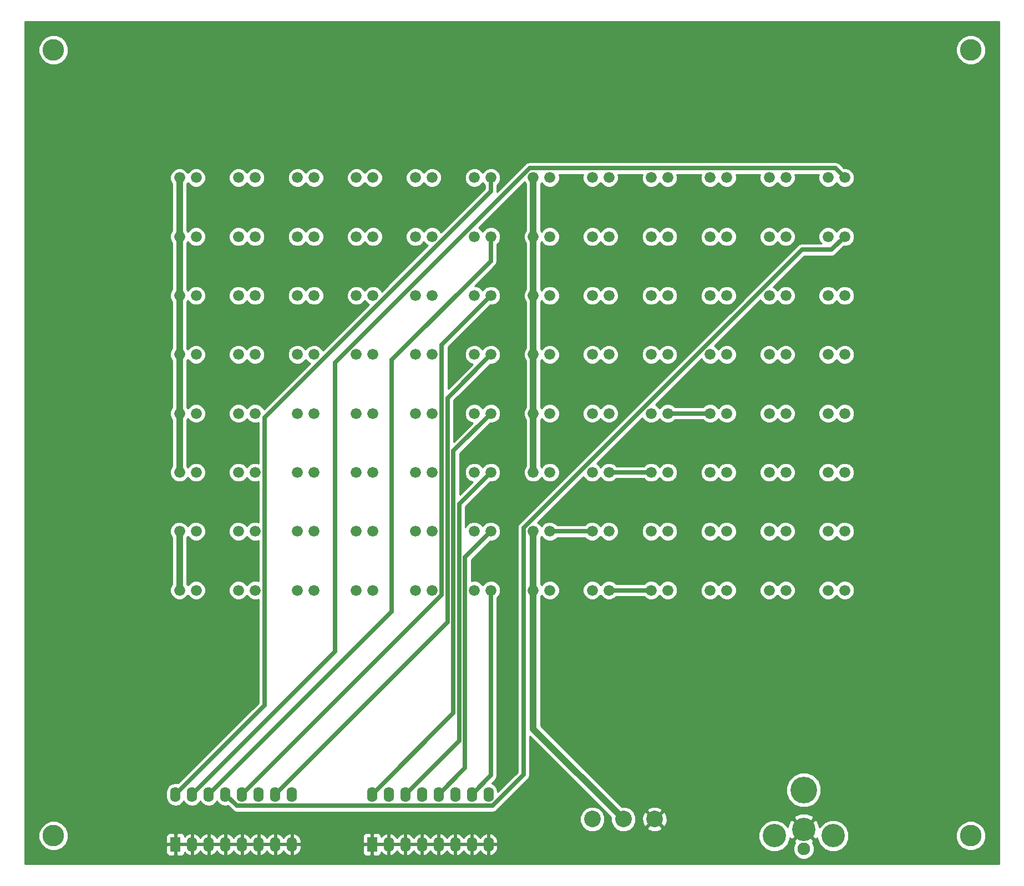
<source format=gbl>
G04 (created by PCBNEW (2013-jul-07)-stable) date Fri 28 Nov 2014 01:10:13 PM PST*
%MOIN*%
G04 Gerber Fmt 3.4, Leading zero omitted, Abs format*
%FSLAX34Y34*%
G01*
G70*
G90*
G04 APERTURE LIST*
%ADD10C,0.00590551*%
%ADD11C,0.1*%
%ADD12R,0.062X0.09*%
%ADD13O,0.062X0.09*%
%ADD14C,0.076*%
%ADD15C,0.14*%
%ADD16C,0.16*%
%ADD17C,0.066*%
%ADD18C,0.13*%
%ADD19C,0.04*%
%ADD20C,0.025*%
%ADD21C,0.01*%
G04 APERTURE END LIST*
G54D10*
G54D11*
X49311Y-62385D03*
X51181Y-62385D03*
X53051Y-62385D03*
G54D12*
X36066Y-63901D03*
G54D13*
X37066Y-63901D03*
X38066Y-63901D03*
X39066Y-63901D03*
X40066Y-63901D03*
X41066Y-63901D03*
X42066Y-63901D03*
X43066Y-63901D03*
X43066Y-60901D03*
X42066Y-60901D03*
X41066Y-60901D03*
X40066Y-60901D03*
X39066Y-60901D03*
X38066Y-60901D03*
X37066Y-60901D03*
X36066Y-60901D03*
G54D12*
X24255Y-63901D03*
G54D13*
X25255Y-63901D03*
X26255Y-63901D03*
X27255Y-63901D03*
X28255Y-63901D03*
X29255Y-63901D03*
X30255Y-63901D03*
X31255Y-63901D03*
X31255Y-60901D03*
X30255Y-60901D03*
X29255Y-60901D03*
X28255Y-60901D03*
X27255Y-60901D03*
X26255Y-60901D03*
X25255Y-60901D03*
X24255Y-60901D03*
G54D14*
X62007Y-64174D03*
G54D15*
X62007Y-62994D03*
G54D16*
X62007Y-60634D03*
G54D15*
X63777Y-63384D03*
X60237Y-63384D03*
G54D17*
X24500Y-45078D03*
X25500Y-45078D03*
X35129Y-37992D03*
X36129Y-37992D03*
X63476Y-41535D03*
X64476Y-41535D03*
X59933Y-41535D03*
X60933Y-41535D03*
X56389Y-41535D03*
X57389Y-41535D03*
X52846Y-41535D03*
X53846Y-41535D03*
X49303Y-41535D03*
X50303Y-41535D03*
X45759Y-41535D03*
X46759Y-41535D03*
X42216Y-41535D03*
X43216Y-41535D03*
X38673Y-41535D03*
X39673Y-41535D03*
X35129Y-41535D03*
X36129Y-41535D03*
X31586Y-41535D03*
X32586Y-41535D03*
X28043Y-41535D03*
X29043Y-41535D03*
X24500Y-41535D03*
X25500Y-41535D03*
X63476Y-37992D03*
X64476Y-37992D03*
X59933Y-37992D03*
X60933Y-37992D03*
X56389Y-37992D03*
X57389Y-37992D03*
X52846Y-37992D03*
X53846Y-37992D03*
X49303Y-37992D03*
X50303Y-37992D03*
X45759Y-37992D03*
X46759Y-37992D03*
X42216Y-37992D03*
X43216Y-37992D03*
X38673Y-37992D03*
X39673Y-37992D03*
X31586Y-37992D03*
X32586Y-37992D03*
X24500Y-48622D03*
X25500Y-48622D03*
X63476Y-48622D03*
X64476Y-48622D03*
X59933Y-48622D03*
X60933Y-48622D03*
X56389Y-48622D03*
X57389Y-48622D03*
X52846Y-48622D03*
X53846Y-48622D03*
X49303Y-48622D03*
X50303Y-48622D03*
X45759Y-48622D03*
X46759Y-48622D03*
X42216Y-48622D03*
X43216Y-48622D03*
X38673Y-48622D03*
X39673Y-48622D03*
X35129Y-48622D03*
X36129Y-48622D03*
X31586Y-48622D03*
X32586Y-48622D03*
X28043Y-48622D03*
X29043Y-48622D03*
X28043Y-45078D03*
X29043Y-45078D03*
X63476Y-45078D03*
X64476Y-45078D03*
X59933Y-45078D03*
X60933Y-45078D03*
X56389Y-45078D03*
X57389Y-45078D03*
X52846Y-45078D03*
X53846Y-45078D03*
X49303Y-45078D03*
X50303Y-45078D03*
X45759Y-45078D03*
X46759Y-45078D03*
X42216Y-45078D03*
X43216Y-45078D03*
X38673Y-45078D03*
X39673Y-45078D03*
X35129Y-45078D03*
X36129Y-45078D03*
X31586Y-45078D03*
X32586Y-45078D03*
X24500Y-27362D03*
X25500Y-27362D03*
X24500Y-30905D03*
X25500Y-30905D03*
X63476Y-27362D03*
X64476Y-27362D03*
X59933Y-27362D03*
X60933Y-27362D03*
X56389Y-27362D03*
X57389Y-27362D03*
X52846Y-27362D03*
X53846Y-27362D03*
X49303Y-27362D03*
X50303Y-27362D03*
X45759Y-27362D03*
X46759Y-27362D03*
X42216Y-27362D03*
X43216Y-27362D03*
X38673Y-27362D03*
X39673Y-27362D03*
X35129Y-27362D03*
X36129Y-27362D03*
X31586Y-27362D03*
X32586Y-27362D03*
X28043Y-27362D03*
X29043Y-27362D03*
X28043Y-30905D03*
X29043Y-30905D03*
X63476Y-23818D03*
X64476Y-23818D03*
X59933Y-23818D03*
X60933Y-23818D03*
X56389Y-23818D03*
X57389Y-23818D03*
X52846Y-23818D03*
X53846Y-23818D03*
X49303Y-23818D03*
X50303Y-23818D03*
X45759Y-23818D03*
X46759Y-23818D03*
X42216Y-23818D03*
X43216Y-23818D03*
X38673Y-23818D03*
X39673Y-23818D03*
X35129Y-23818D03*
X36129Y-23818D03*
X31586Y-23818D03*
X32586Y-23818D03*
X28043Y-23818D03*
X29043Y-23818D03*
X28043Y-34448D03*
X29043Y-34448D03*
X28043Y-37992D03*
X29043Y-37992D03*
X24500Y-37992D03*
X25500Y-37992D03*
X63476Y-34448D03*
X64476Y-34448D03*
X59933Y-34448D03*
X60933Y-34448D03*
X56389Y-34448D03*
X57389Y-34448D03*
X52846Y-34448D03*
X53846Y-34448D03*
X49303Y-34448D03*
X50303Y-34448D03*
X45759Y-34448D03*
X46759Y-34448D03*
X42216Y-34448D03*
X43216Y-34448D03*
X38673Y-34448D03*
X39673Y-34448D03*
X35129Y-34448D03*
X36129Y-34448D03*
X31586Y-34448D03*
X32586Y-34448D03*
X24500Y-23818D03*
X25500Y-23818D03*
X24500Y-34448D03*
X25500Y-34448D03*
X63476Y-30905D03*
X64476Y-30905D03*
X59933Y-30905D03*
X60933Y-30905D03*
X56389Y-30905D03*
X57389Y-30905D03*
X52846Y-30905D03*
X53846Y-30905D03*
X49303Y-30905D03*
X50303Y-30905D03*
X45759Y-30905D03*
X46759Y-30905D03*
X42216Y-30905D03*
X43216Y-30905D03*
X38673Y-30905D03*
X39673Y-30905D03*
X35129Y-30905D03*
X36129Y-30905D03*
X31586Y-30905D03*
X32586Y-30905D03*
G54D18*
X16929Y-16141D03*
X16929Y-63385D03*
X72047Y-63385D03*
X72047Y-16141D03*
G54D19*
X24500Y-23818D02*
X24500Y-27362D01*
X45759Y-30905D02*
X45759Y-27362D01*
X45759Y-23818D02*
X45759Y-27362D01*
X45759Y-30905D02*
X45759Y-34448D01*
X24500Y-34448D02*
X24500Y-30905D01*
X24500Y-30905D02*
X24500Y-27362D01*
X24500Y-34448D02*
X24500Y-37992D01*
X24500Y-48622D02*
X24500Y-45078D01*
X45759Y-34448D02*
X45759Y-37992D01*
X45759Y-37992D02*
X45759Y-41535D01*
X24500Y-37992D02*
X24500Y-41535D01*
X45759Y-45078D02*
X45759Y-48622D01*
X45759Y-56964D02*
X51181Y-62385D01*
X45759Y-48622D02*
X45759Y-56964D01*
G54D20*
X50303Y-48622D02*
X52846Y-48622D01*
X41661Y-59307D02*
X40066Y-60901D01*
X41661Y-46633D02*
X41661Y-59307D01*
X43216Y-45078D02*
X41661Y-46633D01*
X40961Y-56007D02*
X36066Y-60901D01*
X40961Y-40247D02*
X40961Y-56007D01*
X43216Y-37992D02*
X40961Y-40247D01*
X29614Y-55542D02*
X24255Y-60901D01*
X29614Y-38226D02*
X29614Y-55542D01*
X43216Y-24624D02*
X29614Y-38226D01*
X43216Y-23818D02*
X43216Y-24624D01*
X40611Y-50546D02*
X30255Y-60901D01*
X40611Y-37054D02*
X40611Y-50546D01*
X43216Y-34448D02*
X40611Y-37054D01*
X33858Y-52299D02*
X25255Y-60901D01*
X33858Y-34935D02*
X33858Y-52299D01*
X45548Y-23245D02*
X33858Y-34935D01*
X63902Y-23245D02*
X45548Y-23245D01*
X64476Y-23818D02*
X63902Y-23245D01*
X41311Y-57657D02*
X38066Y-60901D01*
X41311Y-43440D02*
X41311Y-57657D01*
X43216Y-41535D02*
X41311Y-43440D01*
X43216Y-59751D02*
X42066Y-60901D01*
X43216Y-48622D02*
X43216Y-59751D01*
X43216Y-28820D02*
X43216Y-27362D01*
X37255Y-34781D02*
X43216Y-28820D01*
X37255Y-49902D02*
X37255Y-34781D01*
X26255Y-60901D02*
X37255Y-49902D01*
X40258Y-48898D02*
X28255Y-60901D01*
X40258Y-33863D02*
X40258Y-48898D01*
X43216Y-30905D02*
X40258Y-33863D01*
X27935Y-61580D02*
X27255Y-60901D01*
X43308Y-61580D02*
X27935Y-61580D01*
X45178Y-59711D02*
X43308Y-61580D01*
X45178Y-44875D02*
X45178Y-59711D01*
X61906Y-28147D02*
X45178Y-44875D01*
X63691Y-28147D02*
X61906Y-28147D01*
X64476Y-27362D02*
X63691Y-28147D01*
X46759Y-45078D02*
X49303Y-45078D01*
X50303Y-41535D02*
X52846Y-41535D01*
X53846Y-37992D02*
X56389Y-37992D01*
G54D10*
G36*
X73746Y-65084D02*
X72947Y-65084D01*
X72947Y-63207D01*
X72947Y-15963D01*
X72810Y-15632D01*
X72557Y-15379D01*
X72227Y-15241D01*
X71869Y-15241D01*
X71538Y-15378D01*
X71284Y-15631D01*
X71147Y-15961D01*
X71147Y-16319D01*
X71283Y-16650D01*
X71536Y-16904D01*
X71867Y-17041D01*
X72225Y-17041D01*
X72556Y-16905D01*
X72809Y-16652D01*
X72947Y-16321D01*
X72947Y-15963D01*
X72947Y-63207D01*
X72810Y-62876D01*
X72557Y-62623D01*
X72227Y-62485D01*
X71869Y-62485D01*
X71538Y-62622D01*
X71284Y-62875D01*
X71147Y-63206D01*
X71147Y-63564D01*
X71283Y-63894D01*
X71536Y-64148D01*
X71867Y-64285D01*
X72225Y-64285D01*
X72556Y-64149D01*
X72809Y-63896D01*
X72947Y-63565D01*
X72947Y-63207D01*
X72947Y-65084D01*
X65056Y-65084D01*
X65056Y-48507D01*
X65056Y-44963D01*
X65056Y-41420D01*
X65056Y-37877D01*
X65056Y-34333D01*
X65056Y-30790D01*
X65056Y-27247D01*
X64968Y-27034D01*
X64805Y-26870D01*
X64592Y-26782D01*
X64361Y-26782D01*
X64148Y-26870D01*
X63984Y-27033D01*
X63976Y-27053D01*
X63968Y-27034D01*
X63805Y-26870D01*
X63592Y-26782D01*
X63361Y-26782D01*
X63148Y-26870D01*
X62984Y-27033D01*
X62896Y-27246D01*
X62896Y-27477D01*
X62984Y-27690D01*
X63066Y-27772D01*
X61906Y-27772D01*
X61762Y-27800D01*
X61641Y-27882D01*
X61513Y-28010D01*
X61513Y-27247D01*
X61425Y-27034D01*
X61262Y-26870D01*
X61048Y-26782D01*
X60818Y-26782D01*
X60604Y-26870D01*
X60441Y-27033D01*
X60433Y-27053D01*
X60425Y-27034D01*
X60262Y-26870D01*
X60048Y-26782D01*
X59818Y-26782D01*
X59604Y-26870D01*
X59441Y-27033D01*
X59353Y-27246D01*
X59352Y-27477D01*
X59441Y-27690D01*
X59604Y-27853D01*
X59817Y-27942D01*
X60047Y-27942D01*
X60261Y-27854D01*
X60424Y-27691D01*
X60432Y-27670D01*
X60441Y-27690D01*
X60604Y-27853D01*
X60817Y-27942D01*
X61047Y-27942D01*
X61261Y-27854D01*
X61424Y-27691D01*
X61512Y-27478D01*
X61513Y-27247D01*
X61513Y-28010D01*
X57969Y-31553D01*
X57969Y-30790D01*
X57969Y-27247D01*
X57881Y-27034D01*
X57718Y-26870D01*
X57505Y-26782D01*
X57274Y-26782D01*
X57061Y-26870D01*
X56898Y-27033D01*
X56889Y-27053D01*
X56881Y-27034D01*
X56718Y-26870D01*
X56505Y-26782D01*
X56274Y-26782D01*
X56061Y-26870D01*
X55898Y-27033D01*
X55809Y-27246D01*
X55809Y-27477D01*
X55897Y-27690D01*
X56060Y-27853D01*
X56273Y-27942D01*
X56504Y-27942D01*
X56717Y-27854D01*
X56881Y-27691D01*
X56889Y-27670D01*
X56897Y-27690D01*
X57060Y-27853D01*
X57273Y-27942D01*
X57504Y-27942D01*
X57717Y-27854D01*
X57881Y-27691D01*
X57969Y-27478D01*
X57969Y-27247D01*
X57969Y-30790D01*
X57881Y-30577D01*
X57718Y-30414D01*
X57505Y-30325D01*
X57274Y-30325D01*
X57061Y-30413D01*
X56898Y-30576D01*
X56889Y-30597D01*
X56881Y-30577D01*
X56718Y-30414D01*
X56505Y-30325D01*
X56274Y-30325D01*
X56061Y-30413D01*
X55898Y-30576D01*
X55809Y-30789D01*
X55809Y-31020D01*
X55897Y-31233D01*
X56060Y-31396D01*
X56273Y-31485D01*
X56504Y-31485D01*
X56717Y-31397D01*
X56881Y-31234D01*
X56889Y-31214D01*
X56897Y-31233D01*
X57060Y-31396D01*
X57273Y-31485D01*
X57504Y-31485D01*
X57717Y-31397D01*
X57881Y-31234D01*
X57969Y-31021D01*
X57969Y-30790D01*
X57969Y-31553D01*
X54426Y-35096D01*
X54426Y-34333D01*
X54426Y-30790D01*
X54426Y-27247D01*
X54338Y-27034D01*
X54175Y-26870D01*
X53962Y-26782D01*
X53731Y-26782D01*
X53518Y-26870D01*
X53355Y-27033D01*
X53346Y-27053D01*
X53338Y-27034D01*
X53175Y-26870D01*
X52962Y-26782D01*
X52731Y-26782D01*
X52518Y-26870D01*
X52355Y-27033D01*
X52266Y-27246D01*
X52266Y-27477D01*
X52354Y-27690D01*
X52517Y-27853D01*
X52730Y-27942D01*
X52961Y-27942D01*
X53174Y-27854D01*
X53337Y-27691D01*
X53346Y-27670D01*
X53354Y-27690D01*
X53517Y-27853D01*
X53730Y-27942D01*
X53961Y-27942D01*
X54174Y-27854D01*
X54337Y-27691D01*
X54426Y-27478D01*
X54426Y-27247D01*
X54426Y-30790D01*
X54338Y-30577D01*
X54175Y-30414D01*
X53962Y-30325D01*
X53731Y-30325D01*
X53518Y-30413D01*
X53355Y-30576D01*
X53346Y-30597D01*
X53338Y-30577D01*
X53175Y-30414D01*
X52962Y-30325D01*
X52731Y-30325D01*
X52518Y-30413D01*
X52355Y-30576D01*
X52266Y-30789D01*
X52266Y-31020D01*
X52354Y-31233D01*
X52517Y-31396D01*
X52730Y-31485D01*
X52961Y-31485D01*
X53174Y-31397D01*
X53337Y-31234D01*
X53346Y-31214D01*
X53354Y-31233D01*
X53517Y-31396D01*
X53730Y-31485D01*
X53961Y-31485D01*
X54174Y-31397D01*
X54337Y-31234D01*
X54426Y-31021D01*
X54426Y-30790D01*
X54426Y-34333D01*
X54338Y-34120D01*
X54175Y-33957D01*
X53962Y-33868D01*
X53731Y-33868D01*
X53518Y-33956D01*
X53355Y-34119D01*
X53346Y-34140D01*
X53338Y-34120D01*
X53175Y-33957D01*
X52962Y-33868D01*
X52731Y-33868D01*
X52518Y-33956D01*
X52355Y-34119D01*
X52266Y-34332D01*
X52266Y-34563D01*
X52354Y-34776D01*
X52517Y-34940D01*
X52730Y-35028D01*
X52961Y-35028D01*
X53174Y-34940D01*
X53337Y-34777D01*
X53346Y-34757D01*
X53354Y-34776D01*
X53517Y-34940D01*
X53730Y-35028D01*
X53961Y-35028D01*
X54174Y-34940D01*
X54337Y-34777D01*
X54426Y-34564D01*
X54426Y-34333D01*
X54426Y-35096D01*
X50883Y-38639D01*
X50883Y-37877D01*
X50883Y-34333D01*
X50883Y-30790D01*
X50883Y-27247D01*
X50795Y-27034D01*
X50632Y-26870D01*
X50419Y-26782D01*
X50188Y-26782D01*
X49975Y-26870D01*
X49811Y-27033D01*
X49803Y-27053D01*
X49795Y-27034D01*
X49632Y-26870D01*
X49419Y-26782D01*
X49188Y-26782D01*
X48975Y-26870D01*
X48811Y-27033D01*
X48723Y-27246D01*
X48723Y-27477D01*
X48811Y-27690D01*
X48974Y-27853D01*
X49187Y-27942D01*
X49418Y-27942D01*
X49631Y-27854D01*
X49794Y-27691D01*
X49803Y-27670D01*
X49811Y-27690D01*
X49974Y-27853D01*
X50187Y-27942D01*
X50418Y-27942D01*
X50631Y-27854D01*
X50794Y-27691D01*
X50883Y-27478D01*
X50883Y-27247D01*
X50883Y-30790D01*
X50795Y-30577D01*
X50632Y-30414D01*
X50419Y-30325D01*
X50188Y-30325D01*
X49975Y-30413D01*
X49811Y-30576D01*
X49803Y-30597D01*
X49795Y-30577D01*
X49632Y-30414D01*
X49419Y-30325D01*
X49188Y-30325D01*
X48975Y-30413D01*
X48811Y-30576D01*
X48723Y-30789D01*
X48723Y-31020D01*
X48811Y-31233D01*
X48974Y-31396D01*
X49187Y-31485D01*
X49418Y-31485D01*
X49631Y-31397D01*
X49794Y-31234D01*
X49803Y-31214D01*
X49811Y-31233D01*
X49974Y-31396D01*
X50187Y-31485D01*
X50418Y-31485D01*
X50631Y-31397D01*
X50794Y-31234D01*
X50883Y-31021D01*
X50883Y-30790D01*
X50883Y-34333D01*
X50795Y-34120D01*
X50632Y-33957D01*
X50419Y-33868D01*
X50188Y-33868D01*
X49975Y-33956D01*
X49811Y-34119D01*
X49803Y-34140D01*
X49795Y-34120D01*
X49632Y-33957D01*
X49419Y-33868D01*
X49188Y-33868D01*
X48975Y-33956D01*
X48811Y-34119D01*
X48723Y-34332D01*
X48723Y-34563D01*
X48811Y-34776D01*
X48974Y-34940D01*
X49187Y-35028D01*
X49418Y-35028D01*
X49631Y-34940D01*
X49794Y-34777D01*
X49803Y-34757D01*
X49811Y-34776D01*
X49974Y-34940D01*
X50187Y-35028D01*
X50418Y-35028D01*
X50631Y-34940D01*
X50794Y-34777D01*
X50883Y-34564D01*
X50883Y-34333D01*
X50883Y-37877D01*
X50795Y-37664D01*
X50632Y-37500D01*
X50419Y-37412D01*
X50188Y-37412D01*
X49975Y-37500D01*
X49811Y-37663D01*
X49803Y-37683D01*
X49795Y-37664D01*
X49632Y-37500D01*
X49419Y-37412D01*
X49188Y-37412D01*
X48975Y-37500D01*
X48811Y-37663D01*
X48723Y-37876D01*
X48723Y-38106D01*
X48811Y-38320D01*
X48974Y-38483D01*
X49187Y-38572D01*
X49418Y-38572D01*
X49631Y-38484D01*
X49794Y-38321D01*
X49803Y-38300D01*
X49811Y-38320D01*
X49974Y-38483D01*
X50187Y-38572D01*
X50418Y-38572D01*
X50631Y-38484D01*
X50794Y-38321D01*
X50883Y-38108D01*
X50883Y-37877D01*
X50883Y-38639D01*
X44913Y-44610D01*
X44831Y-44731D01*
X44803Y-44875D01*
X44803Y-59556D01*
X43624Y-60735D01*
X43584Y-60533D01*
X43462Y-60351D01*
X43281Y-60230D01*
X43270Y-60228D01*
X43481Y-60017D01*
X43481Y-60017D01*
X43562Y-59895D01*
X43591Y-59751D01*
X43591Y-59751D01*
X43591Y-49067D01*
X43707Y-48951D01*
X43796Y-48737D01*
X43796Y-48507D01*
X43708Y-48293D01*
X43545Y-48130D01*
X43332Y-48042D01*
X43101Y-48041D01*
X42888Y-48130D01*
X42725Y-48293D01*
X42716Y-48313D01*
X42708Y-48293D01*
X42545Y-48130D01*
X42332Y-48042D01*
X42101Y-48041D01*
X42036Y-48068D01*
X42036Y-46789D01*
X43166Y-45658D01*
X43331Y-45658D01*
X43544Y-45570D01*
X43707Y-45407D01*
X43796Y-45194D01*
X43796Y-44963D01*
X43708Y-44750D01*
X43545Y-44587D01*
X43332Y-44498D01*
X43101Y-44498D01*
X42888Y-44586D01*
X42725Y-44749D01*
X42716Y-44770D01*
X42708Y-44750D01*
X42545Y-44587D01*
X42332Y-44498D01*
X42101Y-44498D01*
X41888Y-44586D01*
X41725Y-44749D01*
X41686Y-44843D01*
X41686Y-43596D01*
X43166Y-42115D01*
X43331Y-42115D01*
X43544Y-42027D01*
X43707Y-41864D01*
X43796Y-41651D01*
X43796Y-41420D01*
X43708Y-41207D01*
X43545Y-41044D01*
X43332Y-40955D01*
X43101Y-40955D01*
X42888Y-41043D01*
X42725Y-41206D01*
X42716Y-41226D01*
X42708Y-41207D01*
X42545Y-41044D01*
X42332Y-40955D01*
X42101Y-40955D01*
X41888Y-41043D01*
X41725Y-41206D01*
X41636Y-41419D01*
X41636Y-41650D01*
X41724Y-41863D01*
X41887Y-42026D01*
X42100Y-42115D01*
X42106Y-42115D01*
X41336Y-42885D01*
X41336Y-40402D01*
X43166Y-38572D01*
X43331Y-38572D01*
X43544Y-38484D01*
X43707Y-38321D01*
X43796Y-38108D01*
X43796Y-37877D01*
X43708Y-37664D01*
X43545Y-37500D01*
X43332Y-37412D01*
X43101Y-37412D01*
X42888Y-37500D01*
X42725Y-37663D01*
X42716Y-37683D01*
X42708Y-37664D01*
X42545Y-37500D01*
X42332Y-37412D01*
X42101Y-37412D01*
X41888Y-37500D01*
X41725Y-37663D01*
X41636Y-37876D01*
X41636Y-38106D01*
X41724Y-38320D01*
X41887Y-38483D01*
X42100Y-38572D01*
X42106Y-38572D01*
X40986Y-39692D01*
X40986Y-37209D01*
X43166Y-35028D01*
X43331Y-35028D01*
X43544Y-34940D01*
X43707Y-34777D01*
X43796Y-34564D01*
X43796Y-34333D01*
X43708Y-34120D01*
X43545Y-33957D01*
X43332Y-33868D01*
X43101Y-33868D01*
X42888Y-33956D01*
X42725Y-34119D01*
X42716Y-34140D01*
X42708Y-34120D01*
X42545Y-33957D01*
X42332Y-33868D01*
X42101Y-33868D01*
X41888Y-33956D01*
X41725Y-34119D01*
X41636Y-34332D01*
X41636Y-34563D01*
X41724Y-34776D01*
X41887Y-34940D01*
X42100Y-35028D01*
X42106Y-35028D01*
X40633Y-36501D01*
X40633Y-34018D01*
X43166Y-31485D01*
X43331Y-31485D01*
X43544Y-31397D01*
X43707Y-31234D01*
X43796Y-31021D01*
X43796Y-30790D01*
X43708Y-30577D01*
X43545Y-30414D01*
X43332Y-30325D01*
X43101Y-30325D01*
X42888Y-30413D01*
X42725Y-30576D01*
X42716Y-30597D01*
X42708Y-30577D01*
X42545Y-30414D01*
X42332Y-30325D01*
X42241Y-30325D01*
X43481Y-29085D01*
X43562Y-28964D01*
X43591Y-28820D01*
X43591Y-27807D01*
X43707Y-27691D01*
X43796Y-27478D01*
X43796Y-27247D01*
X43708Y-27034D01*
X43545Y-26870D01*
X43332Y-26782D01*
X43101Y-26782D01*
X42888Y-26870D01*
X42725Y-27033D01*
X42716Y-27053D01*
X42708Y-27034D01*
X42545Y-26870D01*
X42480Y-26843D01*
X45241Y-24082D01*
X45267Y-24147D01*
X45309Y-24189D01*
X45309Y-26991D01*
X45268Y-27033D01*
X45179Y-27246D01*
X45179Y-27477D01*
X45267Y-27690D01*
X45309Y-27732D01*
X45309Y-30535D01*
X45268Y-30576D01*
X45179Y-30789D01*
X45179Y-31020D01*
X45267Y-31233D01*
X45309Y-31275D01*
X45309Y-34078D01*
X45268Y-34119D01*
X45179Y-34332D01*
X45179Y-34563D01*
X45267Y-34776D01*
X45309Y-34818D01*
X45309Y-37621D01*
X45268Y-37663D01*
X45179Y-37876D01*
X45179Y-38106D01*
X45267Y-38320D01*
X45309Y-38362D01*
X45309Y-41165D01*
X45268Y-41206D01*
X45179Y-41419D01*
X45179Y-41650D01*
X45267Y-41863D01*
X45430Y-42026D01*
X45643Y-42115D01*
X45874Y-42115D01*
X46087Y-42027D01*
X46251Y-41864D01*
X46259Y-41843D01*
X46267Y-41863D01*
X46430Y-42026D01*
X46643Y-42115D01*
X46874Y-42115D01*
X47087Y-42027D01*
X47251Y-41864D01*
X47339Y-41651D01*
X47339Y-41420D01*
X47251Y-41207D01*
X47088Y-41044D01*
X46875Y-40955D01*
X46644Y-40955D01*
X46431Y-41043D01*
X46268Y-41206D01*
X46259Y-41226D01*
X46251Y-41207D01*
X46209Y-41165D01*
X46209Y-38362D01*
X46251Y-38321D01*
X46259Y-38300D01*
X46267Y-38320D01*
X46430Y-38483D01*
X46643Y-38572D01*
X46874Y-38572D01*
X47087Y-38484D01*
X47251Y-38321D01*
X47339Y-38108D01*
X47339Y-37877D01*
X47251Y-37664D01*
X47088Y-37500D01*
X46875Y-37412D01*
X46644Y-37412D01*
X46431Y-37500D01*
X46268Y-37663D01*
X46259Y-37683D01*
X46251Y-37664D01*
X46209Y-37621D01*
X46209Y-34819D01*
X46251Y-34777D01*
X46259Y-34757D01*
X46267Y-34776D01*
X46430Y-34940D01*
X46643Y-35028D01*
X46874Y-35028D01*
X47087Y-34940D01*
X47251Y-34777D01*
X47339Y-34564D01*
X47339Y-34333D01*
X47251Y-34120D01*
X47088Y-33957D01*
X46875Y-33868D01*
X46644Y-33868D01*
X46431Y-33956D01*
X46268Y-34119D01*
X46259Y-34140D01*
X46251Y-34120D01*
X46209Y-34078D01*
X46209Y-31275D01*
X46251Y-31234D01*
X46259Y-31214D01*
X46267Y-31233D01*
X46430Y-31396D01*
X46643Y-31485D01*
X46874Y-31485D01*
X47087Y-31397D01*
X47251Y-31234D01*
X47339Y-31021D01*
X47339Y-30790D01*
X47251Y-30577D01*
X47088Y-30414D01*
X46875Y-30325D01*
X46644Y-30325D01*
X46431Y-30413D01*
X46268Y-30576D01*
X46259Y-30597D01*
X46251Y-30577D01*
X46209Y-30535D01*
X46209Y-27732D01*
X46251Y-27691D01*
X46259Y-27670D01*
X46267Y-27690D01*
X46430Y-27853D01*
X46643Y-27942D01*
X46874Y-27942D01*
X47087Y-27854D01*
X47251Y-27691D01*
X47339Y-27478D01*
X47339Y-27247D01*
X47251Y-27034D01*
X47088Y-26870D01*
X46875Y-26782D01*
X46644Y-26782D01*
X46431Y-26870D01*
X46268Y-27033D01*
X46259Y-27053D01*
X46251Y-27034D01*
X46209Y-26992D01*
X46209Y-24189D01*
X46251Y-24147D01*
X46259Y-24127D01*
X46267Y-24147D01*
X46430Y-24310D01*
X46643Y-24398D01*
X46874Y-24398D01*
X47087Y-24310D01*
X47251Y-24147D01*
X47339Y-23934D01*
X47339Y-23704D01*
X47305Y-23620D01*
X48757Y-23620D01*
X48723Y-23703D01*
X48723Y-23933D01*
X48811Y-24147D01*
X48974Y-24310D01*
X49187Y-24398D01*
X49418Y-24398D01*
X49631Y-24310D01*
X49794Y-24147D01*
X49803Y-24127D01*
X49811Y-24147D01*
X49974Y-24310D01*
X50187Y-24398D01*
X50418Y-24398D01*
X50631Y-24310D01*
X50794Y-24147D01*
X50883Y-23934D01*
X50883Y-23704D01*
X50848Y-23620D01*
X52300Y-23620D01*
X52266Y-23703D01*
X52266Y-23933D01*
X52354Y-24147D01*
X52517Y-24310D01*
X52730Y-24398D01*
X52961Y-24398D01*
X53174Y-24310D01*
X53337Y-24147D01*
X53346Y-24127D01*
X53354Y-24147D01*
X53517Y-24310D01*
X53730Y-24398D01*
X53961Y-24398D01*
X54174Y-24310D01*
X54337Y-24147D01*
X54426Y-23934D01*
X54426Y-23704D01*
X54391Y-23620D01*
X55844Y-23620D01*
X55809Y-23703D01*
X55809Y-23933D01*
X55897Y-24147D01*
X56060Y-24310D01*
X56273Y-24398D01*
X56504Y-24398D01*
X56717Y-24310D01*
X56881Y-24147D01*
X56889Y-24127D01*
X56897Y-24147D01*
X57060Y-24310D01*
X57273Y-24398D01*
X57504Y-24398D01*
X57717Y-24310D01*
X57881Y-24147D01*
X57969Y-23934D01*
X57969Y-23704D01*
X57935Y-23620D01*
X59387Y-23620D01*
X59353Y-23703D01*
X59352Y-23933D01*
X59441Y-24147D01*
X59604Y-24310D01*
X59817Y-24398D01*
X60047Y-24398D01*
X60261Y-24310D01*
X60424Y-24147D01*
X60432Y-24127D01*
X60441Y-24147D01*
X60604Y-24310D01*
X60817Y-24398D01*
X61047Y-24398D01*
X61261Y-24310D01*
X61424Y-24147D01*
X61512Y-23934D01*
X61513Y-23704D01*
X61478Y-23620D01*
X62930Y-23620D01*
X62896Y-23703D01*
X62896Y-23933D01*
X62984Y-24147D01*
X63147Y-24310D01*
X63360Y-24398D01*
X63591Y-24398D01*
X63804Y-24310D01*
X63967Y-24147D01*
X63976Y-24127D01*
X63984Y-24147D01*
X64147Y-24310D01*
X64360Y-24398D01*
X64591Y-24398D01*
X64804Y-24310D01*
X64967Y-24147D01*
X65056Y-23934D01*
X65056Y-23704D01*
X64968Y-23490D01*
X64805Y-23327D01*
X64592Y-23238D01*
X64426Y-23238D01*
X64167Y-22980D01*
X64046Y-22898D01*
X63902Y-22870D01*
X45548Y-22870D01*
X45404Y-22898D01*
X45331Y-22947D01*
X45283Y-22980D01*
X43579Y-24683D01*
X43591Y-24624D01*
X43591Y-24264D01*
X43707Y-24147D01*
X43796Y-23934D01*
X43796Y-23704D01*
X43708Y-23490D01*
X43545Y-23327D01*
X43332Y-23238D01*
X43101Y-23238D01*
X42888Y-23326D01*
X42725Y-23489D01*
X42716Y-23510D01*
X42708Y-23490D01*
X42545Y-23327D01*
X42332Y-23238D01*
X42101Y-23238D01*
X41888Y-23326D01*
X41725Y-23489D01*
X41636Y-23703D01*
X41636Y-23933D01*
X41724Y-24147D01*
X41887Y-24310D01*
X42100Y-24398D01*
X42331Y-24398D01*
X42544Y-24310D01*
X42707Y-24147D01*
X42716Y-24127D01*
X42724Y-24147D01*
X42841Y-24264D01*
X42841Y-24469D01*
X40253Y-27057D01*
X40253Y-23704D01*
X40165Y-23490D01*
X40002Y-23327D01*
X39789Y-23238D01*
X39558Y-23238D01*
X39345Y-23326D01*
X39181Y-23489D01*
X39173Y-23510D01*
X39165Y-23490D01*
X39002Y-23327D01*
X38789Y-23238D01*
X38558Y-23238D01*
X38345Y-23326D01*
X38181Y-23489D01*
X38093Y-23703D01*
X38093Y-23933D01*
X38181Y-24147D01*
X38344Y-24310D01*
X38557Y-24398D01*
X38788Y-24398D01*
X39001Y-24310D01*
X39164Y-24147D01*
X39173Y-24127D01*
X39181Y-24147D01*
X39344Y-24310D01*
X39557Y-24398D01*
X39788Y-24398D01*
X40001Y-24310D01*
X40164Y-24147D01*
X40253Y-23934D01*
X40253Y-23704D01*
X40253Y-27057D01*
X40197Y-27113D01*
X40165Y-27034D01*
X40002Y-26870D01*
X39789Y-26782D01*
X39558Y-26782D01*
X39345Y-26870D01*
X39181Y-27033D01*
X39173Y-27053D01*
X39165Y-27034D01*
X39002Y-26870D01*
X38789Y-26782D01*
X38558Y-26782D01*
X38345Y-26870D01*
X38181Y-27033D01*
X38093Y-27246D01*
X38093Y-27477D01*
X38181Y-27690D01*
X38344Y-27853D01*
X38557Y-27942D01*
X38788Y-27942D01*
X39001Y-27854D01*
X39164Y-27691D01*
X39173Y-27670D01*
X39181Y-27690D01*
X39344Y-27853D01*
X39424Y-27886D01*
X36710Y-30600D01*
X36710Y-27247D01*
X36710Y-23704D01*
X36621Y-23490D01*
X36458Y-23327D01*
X36245Y-23238D01*
X36015Y-23238D01*
X35801Y-23326D01*
X35638Y-23489D01*
X35630Y-23510D01*
X35621Y-23490D01*
X35458Y-23327D01*
X35245Y-23238D01*
X35015Y-23238D01*
X34801Y-23326D01*
X34638Y-23489D01*
X34550Y-23703D01*
X34549Y-23933D01*
X34637Y-24147D01*
X34800Y-24310D01*
X35014Y-24398D01*
X35244Y-24398D01*
X35458Y-24310D01*
X35621Y-24147D01*
X35629Y-24127D01*
X35637Y-24147D01*
X35800Y-24310D01*
X36014Y-24398D01*
X36244Y-24398D01*
X36458Y-24310D01*
X36621Y-24147D01*
X36709Y-23934D01*
X36710Y-23704D01*
X36710Y-27247D01*
X36621Y-27034D01*
X36458Y-26870D01*
X36245Y-26782D01*
X36015Y-26782D01*
X35801Y-26870D01*
X35638Y-27033D01*
X35630Y-27053D01*
X35621Y-27034D01*
X35458Y-26870D01*
X35245Y-26782D01*
X35015Y-26782D01*
X34801Y-26870D01*
X34638Y-27033D01*
X34550Y-27246D01*
X34549Y-27477D01*
X34637Y-27690D01*
X34800Y-27853D01*
X35014Y-27942D01*
X35244Y-27942D01*
X35458Y-27854D01*
X35621Y-27691D01*
X35629Y-27670D01*
X35637Y-27690D01*
X35800Y-27853D01*
X36014Y-27942D01*
X36244Y-27942D01*
X36458Y-27854D01*
X36621Y-27691D01*
X36709Y-27478D01*
X36710Y-27247D01*
X36710Y-30600D01*
X36654Y-30656D01*
X36621Y-30577D01*
X36458Y-30414D01*
X36245Y-30325D01*
X36015Y-30325D01*
X35801Y-30413D01*
X35638Y-30576D01*
X35630Y-30597D01*
X35621Y-30577D01*
X35458Y-30414D01*
X35245Y-30325D01*
X35015Y-30325D01*
X34801Y-30413D01*
X34638Y-30576D01*
X34550Y-30789D01*
X34549Y-31020D01*
X34637Y-31233D01*
X34800Y-31396D01*
X35014Y-31485D01*
X35244Y-31485D01*
X35458Y-31397D01*
X35621Y-31234D01*
X35629Y-31214D01*
X35637Y-31233D01*
X35800Y-31396D01*
X35880Y-31430D01*
X33166Y-34144D01*
X33166Y-30790D01*
X33166Y-27247D01*
X33166Y-23704D01*
X33078Y-23490D01*
X32915Y-23327D01*
X32702Y-23238D01*
X32471Y-23238D01*
X32258Y-23326D01*
X32095Y-23489D01*
X32086Y-23510D01*
X32078Y-23490D01*
X31915Y-23327D01*
X31702Y-23238D01*
X31471Y-23238D01*
X31258Y-23326D01*
X31095Y-23489D01*
X31006Y-23703D01*
X31006Y-23933D01*
X31094Y-24147D01*
X31257Y-24310D01*
X31470Y-24398D01*
X31701Y-24398D01*
X31914Y-24310D01*
X32078Y-24147D01*
X32086Y-24127D01*
X32094Y-24147D01*
X32257Y-24310D01*
X32470Y-24398D01*
X32701Y-24398D01*
X32914Y-24310D01*
X33078Y-24147D01*
X33166Y-23934D01*
X33166Y-23704D01*
X33166Y-27247D01*
X33078Y-27034D01*
X32915Y-26870D01*
X32702Y-26782D01*
X32471Y-26782D01*
X32258Y-26870D01*
X32095Y-27033D01*
X32086Y-27053D01*
X32078Y-27034D01*
X31915Y-26870D01*
X31702Y-26782D01*
X31471Y-26782D01*
X31258Y-26870D01*
X31095Y-27033D01*
X31006Y-27246D01*
X31006Y-27477D01*
X31094Y-27690D01*
X31257Y-27853D01*
X31470Y-27942D01*
X31701Y-27942D01*
X31914Y-27854D01*
X32078Y-27691D01*
X32086Y-27670D01*
X32094Y-27690D01*
X32257Y-27853D01*
X32470Y-27942D01*
X32701Y-27942D01*
X32914Y-27854D01*
X33078Y-27691D01*
X33166Y-27478D01*
X33166Y-27247D01*
X33166Y-30790D01*
X33078Y-30577D01*
X32915Y-30414D01*
X32702Y-30325D01*
X32471Y-30325D01*
X32258Y-30413D01*
X32095Y-30576D01*
X32086Y-30597D01*
X32078Y-30577D01*
X31915Y-30414D01*
X31702Y-30325D01*
X31471Y-30325D01*
X31258Y-30413D01*
X31095Y-30576D01*
X31006Y-30789D01*
X31006Y-31020D01*
X31094Y-31233D01*
X31257Y-31396D01*
X31470Y-31485D01*
X31701Y-31485D01*
X31914Y-31397D01*
X32078Y-31234D01*
X32086Y-31214D01*
X32094Y-31233D01*
X32257Y-31396D01*
X32470Y-31485D01*
X32701Y-31485D01*
X32914Y-31397D01*
X33078Y-31234D01*
X33166Y-31021D01*
X33166Y-30790D01*
X33166Y-34144D01*
X33111Y-34199D01*
X33078Y-34120D01*
X32915Y-33957D01*
X32702Y-33868D01*
X32471Y-33868D01*
X32258Y-33956D01*
X32095Y-34119D01*
X32086Y-34140D01*
X32078Y-34120D01*
X31915Y-33957D01*
X31702Y-33868D01*
X31471Y-33868D01*
X31258Y-33956D01*
X31095Y-34119D01*
X31006Y-34332D01*
X31006Y-34563D01*
X31094Y-34776D01*
X31257Y-34940D01*
X31470Y-35028D01*
X31701Y-35028D01*
X31914Y-34940D01*
X32078Y-34777D01*
X32086Y-34757D01*
X32094Y-34776D01*
X32257Y-34940D01*
X32337Y-34973D01*
X29623Y-37687D01*
X29623Y-34333D01*
X29623Y-30790D01*
X29623Y-27247D01*
X29623Y-23704D01*
X29535Y-23490D01*
X29372Y-23327D01*
X29159Y-23238D01*
X28928Y-23238D01*
X28715Y-23326D01*
X28551Y-23489D01*
X28543Y-23510D01*
X28535Y-23490D01*
X28372Y-23327D01*
X28159Y-23238D01*
X27928Y-23238D01*
X27715Y-23326D01*
X27551Y-23489D01*
X27463Y-23703D01*
X27463Y-23933D01*
X27551Y-24147D01*
X27714Y-24310D01*
X27927Y-24398D01*
X28158Y-24398D01*
X28371Y-24310D01*
X28534Y-24147D01*
X28543Y-24127D01*
X28551Y-24147D01*
X28714Y-24310D01*
X28927Y-24398D01*
X29158Y-24398D01*
X29371Y-24310D01*
X29534Y-24147D01*
X29623Y-23934D01*
X29623Y-23704D01*
X29623Y-27247D01*
X29535Y-27034D01*
X29372Y-26870D01*
X29159Y-26782D01*
X28928Y-26782D01*
X28715Y-26870D01*
X28551Y-27033D01*
X28543Y-27053D01*
X28535Y-27034D01*
X28372Y-26870D01*
X28159Y-26782D01*
X27928Y-26782D01*
X27715Y-26870D01*
X27551Y-27033D01*
X27463Y-27246D01*
X27463Y-27477D01*
X27551Y-27690D01*
X27714Y-27853D01*
X27927Y-27942D01*
X28158Y-27942D01*
X28371Y-27854D01*
X28534Y-27691D01*
X28543Y-27670D01*
X28551Y-27690D01*
X28714Y-27853D01*
X28927Y-27942D01*
X29158Y-27942D01*
X29371Y-27854D01*
X29534Y-27691D01*
X29623Y-27478D01*
X29623Y-27247D01*
X29623Y-30790D01*
X29535Y-30577D01*
X29372Y-30414D01*
X29159Y-30325D01*
X28928Y-30325D01*
X28715Y-30413D01*
X28551Y-30576D01*
X28543Y-30597D01*
X28535Y-30577D01*
X28372Y-30414D01*
X28159Y-30325D01*
X27928Y-30325D01*
X27715Y-30413D01*
X27551Y-30576D01*
X27463Y-30789D01*
X27463Y-31020D01*
X27551Y-31233D01*
X27714Y-31396D01*
X27927Y-31485D01*
X28158Y-31485D01*
X28371Y-31397D01*
X28534Y-31234D01*
X28543Y-31214D01*
X28551Y-31233D01*
X28714Y-31396D01*
X28927Y-31485D01*
X29158Y-31485D01*
X29371Y-31397D01*
X29534Y-31234D01*
X29623Y-31021D01*
X29623Y-30790D01*
X29623Y-34333D01*
X29535Y-34120D01*
X29372Y-33957D01*
X29159Y-33868D01*
X28928Y-33868D01*
X28715Y-33956D01*
X28551Y-34119D01*
X28543Y-34140D01*
X28535Y-34120D01*
X28372Y-33957D01*
X28159Y-33868D01*
X27928Y-33868D01*
X27715Y-33956D01*
X27551Y-34119D01*
X27463Y-34332D01*
X27463Y-34563D01*
X27551Y-34776D01*
X27714Y-34940D01*
X27927Y-35028D01*
X28158Y-35028D01*
X28371Y-34940D01*
X28534Y-34777D01*
X28543Y-34757D01*
X28551Y-34776D01*
X28714Y-34940D01*
X28927Y-35028D01*
X29158Y-35028D01*
X29371Y-34940D01*
X29534Y-34777D01*
X29623Y-34564D01*
X29623Y-34333D01*
X29623Y-37687D01*
X29567Y-37743D01*
X29535Y-37664D01*
X29372Y-37500D01*
X29159Y-37412D01*
X28928Y-37412D01*
X28715Y-37500D01*
X28551Y-37663D01*
X28543Y-37683D01*
X28535Y-37664D01*
X28372Y-37500D01*
X28159Y-37412D01*
X27928Y-37412D01*
X27715Y-37500D01*
X27551Y-37663D01*
X27463Y-37876D01*
X27463Y-38106D01*
X27551Y-38320D01*
X27714Y-38483D01*
X27927Y-38572D01*
X28158Y-38572D01*
X28371Y-38484D01*
X28534Y-38321D01*
X28543Y-38300D01*
X28551Y-38320D01*
X28714Y-38483D01*
X28927Y-38572D01*
X29158Y-38572D01*
X29239Y-38538D01*
X29239Y-40988D01*
X29159Y-40955D01*
X28928Y-40955D01*
X28715Y-41043D01*
X28551Y-41206D01*
X28543Y-41226D01*
X28535Y-41207D01*
X28372Y-41044D01*
X28159Y-40955D01*
X27928Y-40955D01*
X27715Y-41043D01*
X27551Y-41206D01*
X27463Y-41419D01*
X27463Y-41650D01*
X27551Y-41863D01*
X27714Y-42026D01*
X27927Y-42115D01*
X28158Y-42115D01*
X28371Y-42027D01*
X28534Y-41864D01*
X28543Y-41843D01*
X28551Y-41863D01*
X28714Y-42026D01*
X28927Y-42115D01*
X29158Y-42115D01*
X29239Y-42081D01*
X29239Y-44532D01*
X29159Y-44498D01*
X28928Y-44498D01*
X28715Y-44586D01*
X28551Y-44749D01*
X28543Y-44770D01*
X28535Y-44750D01*
X28372Y-44587D01*
X28159Y-44498D01*
X27928Y-44498D01*
X27715Y-44586D01*
X27551Y-44749D01*
X27463Y-44962D01*
X27463Y-45193D01*
X27551Y-45406D01*
X27714Y-45570D01*
X27927Y-45658D01*
X28158Y-45658D01*
X28371Y-45570D01*
X28534Y-45407D01*
X28543Y-45387D01*
X28551Y-45406D01*
X28714Y-45570D01*
X28927Y-45658D01*
X29158Y-45658D01*
X29239Y-45625D01*
X29239Y-48075D01*
X29159Y-48042D01*
X28928Y-48041D01*
X28715Y-48130D01*
X28551Y-48293D01*
X28543Y-48313D01*
X28535Y-48293D01*
X28372Y-48130D01*
X28159Y-48042D01*
X27928Y-48041D01*
X27715Y-48130D01*
X27551Y-48293D01*
X27463Y-48506D01*
X27463Y-48736D01*
X27551Y-48950D01*
X27714Y-49113D01*
X27927Y-49201D01*
X28158Y-49202D01*
X28371Y-49114D01*
X28534Y-48951D01*
X28543Y-48930D01*
X28551Y-48950D01*
X28714Y-49113D01*
X28927Y-49201D01*
X29158Y-49202D01*
X29239Y-49168D01*
X29239Y-55387D01*
X26080Y-58547D01*
X26080Y-48507D01*
X25991Y-48293D01*
X25828Y-48130D01*
X25615Y-48042D01*
X25385Y-48041D01*
X25171Y-48130D01*
X25008Y-48293D01*
X25000Y-48313D01*
X24991Y-48293D01*
X24950Y-48251D01*
X24950Y-45449D01*
X24991Y-45407D01*
X24999Y-45387D01*
X25008Y-45406D01*
X25171Y-45570D01*
X25384Y-45658D01*
X25614Y-45658D01*
X25828Y-45570D01*
X25991Y-45407D01*
X26079Y-45194D01*
X26080Y-44963D01*
X26080Y-41420D01*
X25991Y-41207D01*
X25828Y-41044D01*
X25615Y-40955D01*
X25385Y-40955D01*
X25171Y-41043D01*
X25008Y-41206D01*
X25000Y-41226D01*
X24991Y-41207D01*
X24950Y-41165D01*
X24950Y-38362D01*
X24991Y-38321D01*
X24999Y-38300D01*
X25008Y-38320D01*
X25171Y-38483D01*
X25384Y-38572D01*
X25614Y-38572D01*
X25828Y-38484D01*
X25991Y-38321D01*
X26079Y-38108D01*
X26080Y-37877D01*
X25991Y-37664D01*
X25828Y-37500D01*
X25615Y-37412D01*
X25385Y-37412D01*
X25171Y-37500D01*
X25008Y-37663D01*
X25000Y-37683D01*
X24991Y-37664D01*
X24950Y-37621D01*
X24950Y-34819D01*
X24991Y-34777D01*
X24999Y-34757D01*
X25008Y-34776D01*
X25171Y-34940D01*
X25384Y-35028D01*
X25614Y-35028D01*
X25828Y-34940D01*
X25991Y-34777D01*
X26079Y-34564D01*
X26080Y-34333D01*
X25991Y-34120D01*
X25828Y-33957D01*
X25615Y-33868D01*
X25385Y-33868D01*
X25171Y-33956D01*
X25008Y-34119D01*
X25000Y-34140D01*
X24991Y-34120D01*
X24950Y-34078D01*
X24950Y-31275D01*
X24991Y-31234D01*
X24999Y-31214D01*
X25008Y-31233D01*
X25171Y-31396D01*
X25384Y-31485D01*
X25614Y-31485D01*
X25828Y-31397D01*
X25991Y-31234D01*
X26079Y-31021D01*
X26080Y-30790D01*
X25991Y-30577D01*
X25828Y-30414D01*
X25615Y-30325D01*
X25385Y-30325D01*
X25171Y-30413D01*
X25008Y-30576D01*
X25000Y-30597D01*
X24991Y-30577D01*
X24950Y-30535D01*
X24950Y-27732D01*
X24991Y-27691D01*
X24999Y-27670D01*
X25008Y-27690D01*
X25171Y-27853D01*
X25384Y-27942D01*
X25614Y-27942D01*
X25828Y-27854D01*
X25991Y-27691D01*
X26079Y-27478D01*
X26080Y-27247D01*
X25991Y-27034D01*
X25828Y-26870D01*
X25615Y-26782D01*
X25385Y-26782D01*
X25171Y-26870D01*
X25008Y-27033D01*
X25000Y-27053D01*
X24991Y-27034D01*
X24950Y-26992D01*
X24950Y-24189D01*
X24991Y-24147D01*
X24999Y-24127D01*
X25008Y-24147D01*
X25171Y-24310D01*
X25384Y-24398D01*
X25614Y-24398D01*
X25828Y-24310D01*
X25991Y-24147D01*
X26079Y-23934D01*
X26080Y-23704D01*
X25991Y-23490D01*
X25828Y-23327D01*
X25615Y-23238D01*
X25385Y-23238D01*
X25171Y-23326D01*
X25008Y-23489D01*
X25000Y-23510D01*
X24991Y-23490D01*
X24828Y-23327D01*
X24615Y-23238D01*
X24385Y-23238D01*
X24171Y-23326D01*
X24008Y-23489D01*
X23920Y-23703D01*
X23919Y-23933D01*
X24008Y-24147D01*
X24050Y-24189D01*
X24050Y-26991D01*
X24008Y-27033D01*
X23920Y-27246D01*
X23919Y-27477D01*
X24008Y-27690D01*
X24050Y-27732D01*
X24050Y-30535D01*
X24008Y-30576D01*
X23920Y-30789D01*
X23919Y-31020D01*
X24008Y-31233D01*
X24050Y-31275D01*
X24050Y-34078D01*
X24008Y-34119D01*
X23920Y-34332D01*
X23919Y-34563D01*
X24008Y-34776D01*
X24050Y-34818D01*
X24050Y-37621D01*
X24008Y-37663D01*
X23920Y-37876D01*
X23919Y-38106D01*
X24008Y-38320D01*
X24050Y-38362D01*
X24050Y-41165D01*
X24008Y-41206D01*
X23920Y-41419D01*
X23919Y-41650D01*
X24008Y-41863D01*
X24171Y-42026D01*
X24384Y-42115D01*
X24614Y-42115D01*
X24828Y-42027D01*
X24991Y-41864D01*
X24999Y-41843D01*
X25008Y-41863D01*
X25171Y-42026D01*
X25384Y-42115D01*
X25614Y-42115D01*
X25828Y-42027D01*
X25991Y-41864D01*
X26079Y-41651D01*
X26080Y-41420D01*
X26080Y-44963D01*
X25991Y-44750D01*
X25828Y-44587D01*
X25615Y-44498D01*
X25385Y-44498D01*
X25171Y-44586D01*
X25008Y-44749D01*
X25000Y-44770D01*
X24991Y-44750D01*
X24828Y-44587D01*
X24615Y-44498D01*
X24385Y-44498D01*
X24171Y-44586D01*
X24008Y-44749D01*
X23920Y-44962D01*
X23919Y-45193D01*
X24008Y-45406D01*
X24050Y-45448D01*
X24050Y-48251D01*
X24008Y-48293D01*
X23920Y-48506D01*
X23919Y-48736D01*
X24008Y-48950D01*
X24171Y-49113D01*
X24384Y-49201D01*
X24614Y-49202D01*
X24828Y-49114D01*
X24991Y-48951D01*
X24999Y-48930D01*
X25008Y-48950D01*
X25171Y-49113D01*
X25384Y-49201D01*
X25614Y-49202D01*
X25828Y-49114D01*
X25991Y-48951D01*
X26079Y-48737D01*
X26080Y-48507D01*
X26080Y-58547D01*
X24408Y-60218D01*
X24255Y-60187D01*
X24041Y-60230D01*
X23859Y-60351D01*
X23738Y-60533D01*
X23695Y-60747D01*
X23695Y-61055D01*
X23738Y-61269D01*
X23859Y-61451D01*
X24041Y-61572D01*
X24255Y-61615D01*
X24470Y-61572D01*
X24651Y-61451D01*
X24755Y-61295D01*
X24859Y-61451D01*
X25041Y-61572D01*
X25255Y-61615D01*
X25470Y-61572D01*
X25651Y-61451D01*
X25755Y-61295D01*
X25859Y-61451D01*
X26041Y-61572D01*
X26255Y-61615D01*
X26470Y-61572D01*
X26651Y-61451D01*
X26755Y-61295D01*
X26859Y-61451D01*
X27041Y-61572D01*
X27255Y-61615D01*
X27408Y-61584D01*
X27670Y-61846D01*
X27670Y-61846D01*
X27791Y-61927D01*
X27935Y-61955D01*
X43308Y-61955D01*
X43452Y-61927D01*
X43573Y-61846D01*
X45443Y-59976D01*
X45443Y-59976D01*
X45524Y-59854D01*
X45553Y-59711D01*
X45553Y-59711D01*
X45553Y-57394D01*
X50431Y-62272D01*
X50430Y-62534D01*
X50544Y-62810D01*
X50755Y-63021D01*
X51031Y-63135D01*
X51329Y-63135D01*
X51605Y-63022D01*
X51816Y-62811D01*
X51930Y-62535D01*
X51931Y-62237D01*
X51817Y-61961D01*
X51606Y-61750D01*
X51330Y-61635D01*
X51067Y-61635D01*
X46209Y-56778D01*
X46209Y-48992D01*
X46251Y-48951D01*
X46259Y-48930D01*
X46267Y-48950D01*
X46430Y-49113D01*
X46643Y-49201D01*
X46874Y-49202D01*
X47087Y-49114D01*
X47251Y-48951D01*
X47339Y-48737D01*
X47339Y-48507D01*
X47251Y-48293D01*
X47088Y-48130D01*
X46875Y-48042D01*
X46644Y-48041D01*
X46431Y-48130D01*
X46268Y-48293D01*
X46259Y-48313D01*
X46251Y-48293D01*
X46209Y-48251D01*
X46209Y-45449D01*
X46251Y-45407D01*
X46259Y-45387D01*
X46267Y-45406D01*
X46430Y-45570D01*
X46643Y-45658D01*
X46874Y-45658D01*
X47087Y-45570D01*
X47205Y-45453D01*
X48857Y-45453D01*
X48974Y-45570D01*
X49187Y-45658D01*
X49418Y-45658D01*
X49631Y-45570D01*
X49794Y-45407D01*
X49803Y-45387D01*
X49811Y-45406D01*
X49974Y-45570D01*
X50187Y-45658D01*
X50418Y-45658D01*
X50631Y-45570D01*
X50794Y-45407D01*
X50883Y-45194D01*
X50883Y-44963D01*
X50795Y-44750D01*
X50632Y-44587D01*
X50419Y-44498D01*
X50188Y-44498D01*
X49975Y-44586D01*
X49811Y-44749D01*
X49803Y-44770D01*
X49795Y-44750D01*
X49632Y-44587D01*
X49419Y-44498D01*
X49188Y-44498D01*
X48975Y-44586D01*
X48857Y-44703D01*
X47205Y-44703D01*
X47088Y-44587D01*
X46875Y-44498D01*
X46644Y-44498D01*
X46431Y-44586D01*
X46268Y-44749D01*
X46259Y-44770D01*
X46251Y-44750D01*
X46088Y-44587D01*
X46023Y-44560D01*
X48784Y-41799D01*
X48811Y-41863D01*
X48974Y-42026D01*
X49187Y-42115D01*
X49418Y-42115D01*
X49631Y-42027D01*
X49794Y-41864D01*
X49803Y-41843D01*
X49811Y-41863D01*
X49974Y-42026D01*
X50187Y-42115D01*
X50418Y-42115D01*
X50631Y-42027D01*
X50748Y-41910D01*
X52401Y-41910D01*
X52517Y-42026D01*
X52730Y-42115D01*
X52961Y-42115D01*
X53174Y-42027D01*
X53337Y-41864D01*
X53346Y-41843D01*
X53354Y-41863D01*
X53517Y-42026D01*
X53730Y-42115D01*
X53961Y-42115D01*
X54174Y-42027D01*
X54337Y-41864D01*
X54426Y-41651D01*
X54426Y-41420D01*
X54338Y-41207D01*
X54175Y-41044D01*
X53962Y-40955D01*
X53731Y-40955D01*
X53518Y-41043D01*
X53355Y-41206D01*
X53346Y-41226D01*
X53338Y-41207D01*
X53175Y-41044D01*
X52962Y-40955D01*
X52731Y-40955D01*
X52518Y-41043D01*
X52401Y-41160D01*
X50748Y-41160D01*
X50632Y-41044D01*
X50419Y-40955D01*
X50188Y-40955D01*
X49975Y-41043D01*
X49811Y-41206D01*
X49803Y-41226D01*
X49795Y-41207D01*
X49632Y-41044D01*
X49566Y-41016D01*
X52327Y-38255D01*
X52354Y-38320D01*
X52517Y-38483D01*
X52730Y-38572D01*
X52961Y-38572D01*
X53174Y-38484D01*
X53337Y-38321D01*
X53346Y-38300D01*
X53354Y-38320D01*
X53517Y-38483D01*
X53730Y-38572D01*
X53961Y-38572D01*
X54174Y-38484D01*
X54291Y-38367D01*
X55944Y-38367D01*
X56060Y-38483D01*
X56273Y-38572D01*
X56504Y-38572D01*
X56717Y-38484D01*
X56881Y-38321D01*
X56889Y-38300D01*
X56897Y-38320D01*
X57060Y-38483D01*
X57273Y-38572D01*
X57504Y-38572D01*
X57717Y-38484D01*
X57881Y-38321D01*
X57969Y-38108D01*
X57969Y-37877D01*
X57881Y-37664D01*
X57718Y-37500D01*
X57505Y-37412D01*
X57274Y-37412D01*
X57061Y-37500D01*
X56898Y-37663D01*
X56889Y-37683D01*
X56881Y-37664D01*
X56718Y-37500D01*
X56505Y-37412D01*
X56274Y-37412D01*
X56061Y-37500D01*
X55944Y-37617D01*
X54291Y-37617D01*
X54175Y-37500D01*
X53962Y-37412D01*
X53731Y-37412D01*
X53518Y-37500D01*
X53355Y-37663D01*
X53346Y-37683D01*
X53338Y-37664D01*
X53175Y-37500D01*
X53110Y-37473D01*
X55871Y-34712D01*
X55897Y-34776D01*
X56060Y-34940D01*
X56273Y-35028D01*
X56504Y-35028D01*
X56717Y-34940D01*
X56881Y-34777D01*
X56889Y-34757D01*
X56897Y-34776D01*
X57060Y-34940D01*
X57273Y-35028D01*
X57504Y-35028D01*
X57717Y-34940D01*
X57881Y-34777D01*
X57969Y-34564D01*
X57969Y-34333D01*
X57881Y-34120D01*
X57718Y-33957D01*
X57505Y-33868D01*
X57274Y-33868D01*
X57061Y-33956D01*
X56898Y-34119D01*
X56889Y-34140D01*
X56881Y-34120D01*
X56718Y-33957D01*
X56653Y-33930D01*
X59414Y-31169D01*
X59441Y-31233D01*
X59604Y-31396D01*
X59817Y-31485D01*
X60047Y-31485D01*
X60261Y-31397D01*
X60424Y-31234D01*
X60432Y-31214D01*
X60441Y-31233D01*
X60604Y-31396D01*
X60817Y-31485D01*
X61047Y-31485D01*
X61261Y-31397D01*
X61424Y-31234D01*
X61512Y-31021D01*
X61513Y-30790D01*
X61425Y-30577D01*
X61262Y-30414D01*
X61048Y-30325D01*
X60818Y-30325D01*
X60604Y-30413D01*
X60441Y-30576D01*
X60433Y-30597D01*
X60425Y-30577D01*
X60262Y-30414D01*
X60196Y-30387D01*
X62061Y-28522D01*
X63691Y-28522D01*
X63834Y-28493D01*
X63956Y-28412D01*
X64426Y-27942D01*
X64591Y-27942D01*
X64804Y-27854D01*
X64967Y-27691D01*
X65056Y-27478D01*
X65056Y-27247D01*
X65056Y-30790D01*
X64968Y-30577D01*
X64805Y-30414D01*
X64592Y-30325D01*
X64361Y-30325D01*
X64148Y-30413D01*
X63984Y-30576D01*
X63976Y-30597D01*
X63968Y-30577D01*
X63805Y-30414D01*
X63592Y-30325D01*
X63361Y-30325D01*
X63148Y-30413D01*
X62984Y-30576D01*
X62896Y-30789D01*
X62896Y-31020D01*
X62984Y-31233D01*
X63147Y-31396D01*
X63360Y-31485D01*
X63591Y-31485D01*
X63804Y-31397D01*
X63967Y-31234D01*
X63976Y-31214D01*
X63984Y-31233D01*
X64147Y-31396D01*
X64360Y-31485D01*
X64591Y-31485D01*
X64804Y-31397D01*
X64967Y-31234D01*
X65056Y-31021D01*
X65056Y-30790D01*
X65056Y-34333D01*
X64968Y-34120D01*
X64805Y-33957D01*
X64592Y-33868D01*
X64361Y-33868D01*
X64148Y-33956D01*
X63984Y-34119D01*
X63976Y-34140D01*
X63968Y-34120D01*
X63805Y-33957D01*
X63592Y-33868D01*
X63361Y-33868D01*
X63148Y-33956D01*
X62984Y-34119D01*
X62896Y-34332D01*
X62896Y-34563D01*
X62984Y-34776D01*
X63147Y-34940D01*
X63360Y-35028D01*
X63591Y-35028D01*
X63804Y-34940D01*
X63967Y-34777D01*
X63976Y-34757D01*
X63984Y-34776D01*
X64147Y-34940D01*
X64360Y-35028D01*
X64591Y-35028D01*
X64804Y-34940D01*
X64967Y-34777D01*
X65056Y-34564D01*
X65056Y-34333D01*
X65056Y-37877D01*
X64968Y-37664D01*
X64805Y-37500D01*
X64592Y-37412D01*
X64361Y-37412D01*
X64148Y-37500D01*
X63984Y-37663D01*
X63976Y-37683D01*
X63968Y-37664D01*
X63805Y-37500D01*
X63592Y-37412D01*
X63361Y-37412D01*
X63148Y-37500D01*
X62984Y-37663D01*
X62896Y-37876D01*
X62896Y-38106D01*
X62984Y-38320D01*
X63147Y-38483D01*
X63360Y-38572D01*
X63591Y-38572D01*
X63804Y-38484D01*
X63967Y-38321D01*
X63976Y-38300D01*
X63984Y-38320D01*
X64147Y-38483D01*
X64360Y-38572D01*
X64591Y-38572D01*
X64804Y-38484D01*
X64967Y-38321D01*
X65056Y-38108D01*
X65056Y-37877D01*
X65056Y-41420D01*
X64968Y-41207D01*
X64805Y-41044D01*
X64592Y-40955D01*
X64361Y-40955D01*
X64148Y-41043D01*
X63984Y-41206D01*
X63976Y-41226D01*
X63968Y-41207D01*
X63805Y-41044D01*
X63592Y-40955D01*
X63361Y-40955D01*
X63148Y-41043D01*
X62984Y-41206D01*
X62896Y-41419D01*
X62896Y-41650D01*
X62984Y-41863D01*
X63147Y-42026D01*
X63360Y-42115D01*
X63591Y-42115D01*
X63804Y-42027D01*
X63967Y-41864D01*
X63976Y-41843D01*
X63984Y-41863D01*
X64147Y-42026D01*
X64360Y-42115D01*
X64591Y-42115D01*
X64804Y-42027D01*
X64967Y-41864D01*
X65056Y-41651D01*
X65056Y-41420D01*
X65056Y-44963D01*
X64968Y-44750D01*
X64805Y-44587D01*
X64592Y-44498D01*
X64361Y-44498D01*
X64148Y-44586D01*
X63984Y-44749D01*
X63976Y-44770D01*
X63968Y-44750D01*
X63805Y-44587D01*
X63592Y-44498D01*
X63361Y-44498D01*
X63148Y-44586D01*
X62984Y-44749D01*
X62896Y-44962D01*
X62896Y-45193D01*
X62984Y-45406D01*
X63147Y-45570D01*
X63360Y-45658D01*
X63591Y-45658D01*
X63804Y-45570D01*
X63967Y-45407D01*
X63976Y-45387D01*
X63984Y-45406D01*
X64147Y-45570D01*
X64360Y-45658D01*
X64591Y-45658D01*
X64804Y-45570D01*
X64967Y-45407D01*
X65056Y-45194D01*
X65056Y-44963D01*
X65056Y-48507D01*
X64968Y-48293D01*
X64805Y-48130D01*
X64592Y-48042D01*
X64361Y-48041D01*
X64148Y-48130D01*
X63984Y-48293D01*
X63976Y-48313D01*
X63968Y-48293D01*
X63805Y-48130D01*
X63592Y-48042D01*
X63361Y-48041D01*
X63148Y-48130D01*
X62984Y-48293D01*
X62896Y-48506D01*
X62896Y-48736D01*
X62984Y-48950D01*
X63147Y-49113D01*
X63360Y-49201D01*
X63591Y-49202D01*
X63804Y-49114D01*
X63967Y-48951D01*
X63976Y-48930D01*
X63984Y-48950D01*
X64147Y-49113D01*
X64360Y-49201D01*
X64591Y-49202D01*
X64804Y-49114D01*
X64967Y-48951D01*
X65056Y-48737D01*
X65056Y-48507D01*
X65056Y-65084D01*
X64728Y-65084D01*
X64728Y-63196D01*
X64583Y-62846D01*
X64316Y-62579D01*
X63967Y-62434D01*
X63589Y-62434D01*
X63240Y-62578D01*
X63058Y-62760D01*
X63058Y-60426D01*
X62898Y-60040D01*
X62603Y-59744D01*
X62217Y-59584D01*
X61799Y-59584D01*
X61513Y-59702D01*
X61513Y-48507D01*
X61513Y-44963D01*
X61513Y-41420D01*
X61513Y-37877D01*
X61513Y-34333D01*
X61425Y-34120D01*
X61262Y-33957D01*
X61048Y-33868D01*
X60818Y-33868D01*
X60604Y-33956D01*
X60441Y-34119D01*
X60433Y-34140D01*
X60425Y-34120D01*
X60262Y-33957D01*
X60048Y-33868D01*
X59818Y-33868D01*
X59604Y-33956D01*
X59441Y-34119D01*
X59353Y-34332D01*
X59352Y-34563D01*
X59441Y-34776D01*
X59604Y-34940D01*
X59817Y-35028D01*
X60047Y-35028D01*
X60261Y-34940D01*
X60424Y-34777D01*
X60432Y-34757D01*
X60441Y-34776D01*
X60604Y-34940D01*
X60817Y-35028D01*
X61047Y-35028D01*
X61261Y-34940D01*
X61424Y-34777D01*
X61512Y-34564D01*
X61513Y-34333D01*
X61513Y-37877D01*
X61425Y-37664D01*
X61262Y-37500D01*
X61048Y-37412D01*
X60818Y-37412D01*
X60604Y-37500D01*
X60441Y-37663D01*
X60433Y-37683D01*
X60425Y-37664D01*
X60262Y-37500D01*
X60048Y-37412D01*
X59818Y-37412D01*
X59604Y-37500D01*
X59441Y-37663D01*
X59353Y-37876D01*
X59352Y-38106D01*
X59441Y-38320D01*
X59604Y-38483D01*
X59817Y-38572D01*
X60047Y-38572D01*
X60261Y-38484D01*
X60424Y-38321D01*
X60432Y-38300D01*
X60441Y-38320D01*
X60604Y-38483D01*
X60817Y-38572D01*
X61047Y-38572D01*
X61261Y-38484D01*
X61424Y-38321D01*
X61512Y-38108D01*
X61513Y-37877D01*
X61513Y-41420D01*
X61425Y-41207D01*
X61262Y-41044D01*
X61048Y-40955D01*
X60818Y-40955D01*
X60604Y-41043D01*
X60441Y-41206D01*
X60433Y-41226D01*
X60425Y-41207D01*
X60262Y-41044D01*
X60048Y-40955D01*
X59818Y-40955D01*
X59604Y-41043D01*
X59441Y-41206D01*
X59353Y-41419D01*
X59352Y-41650D01*
X59441Y-41863D01*
X59604Y-42026D01*
X59817Y-42115D01*
X60047Y-42115D01*
X60261Y-42027D01*
X60424Y-41864D01*
X60432Y-41843D01*
X60441Y-41863D01*
X60604Y-42026D01*
X60817Y-42115D01*
X61047Y-42115D01*
X61261Y-42027D01*
X61424Y-41864D01*
X61512Y-41651D01*
X61513Y-41420D01*
X61513Y-44963D01*
X61425Y-44750D01*
X61262Y-44587D01*
X61048Y-44498D01*
X60818Y-44498D01*
X60604Y-44586D01*
X60441Y-44749D01*
X60433Y-44770D01*
X60425Y-44750D01*
X60262Y-44587D01*
X60048Y-44498D01*
X59818Y-44498D01*
X59604Y-44586D01*
X59441Y-44749D01*
X59353Y-44962D01*
X59352Y-45193D01*
X59441Y-45406D01*
X59604Y-45570D01*
X59817Y-45658D01*
X60047Y-45658D01*
X60261Y-45570D01*
X60424Y-45407D01*
X60432Y-45387D01*
X60441Y-45406D01*
X60604Y-45570D01*
X60817Y-45658D01*
X61047Y-45658D01*
X61261Y-45570D01*
X61424Y-45407D01*
X61512Y-45194D01*
X61513Y-44963D01*
X61513Y-48507D01*
X61425Y-48293D01*
X61262Y-48130D01*
X61048Y-48042D01*
X60818Y-48041D01*
X60604Y-48130D01*
X60441Y-48293D01*
X60433Y-48313D01*
X60425Y-48293D01*
X60262Y-48130D01*
X60048Y-48042D01*
X59818Y-48041D01*
X59604Y-48130D01*
X59441Y-48293D01*
X59353Y-48506D01*
X59352Y-48736D01*
X59441Y-48950D01*
X59604Y-49113D01*
X59817Y-49201D01*
X60047Y-49202D01*
X60261Y-49114D01*
X60424Y-48951D01*
X60432Y-48930D01*
X60441Y-48950D01*
X60604Y-49113D01*
X60817Y-49201D01*
X61047Y-49202D01*
X61261Y-49114D01*
X61424Y-48951D01*
X61512Y-48737D01*
X61513Y-48507D01*
X61513Y-59702D01*
X61413Y-59743D01*
X61118Y-60038D01*
X60958Y-60424D01*
X60957Y-60842D01*
X61117Y-61228D01*
X61412Y-61523D01*
X61798Y-61684D01*
X62215Y-61684D01*
X62601Y-61524D01*
X62897Y-61229D01*
X63057Y-60844D01*
X63058Y-60426D01*
X63058Y-62760D01*
X62972Y-62845D01*
X62956Y-62884D01*
X62955Y-62793D01*
X62819Y-62466D01*
X62682Y-62389D01*
X62612Y-62460D01*
X62612Y-62319D01*
X62535Y-62182D01*
X62185Y-62042D01*
X61807Y-62046D01*
X61479Y-62182D01*
X61403Y-62319D01*
X62007Y-62923D01*
X62612Y-62319D01*
X62612Y-62460D01*
X62078Y-62994D01*
X62682Y-63598D01*
X62819Y-63522D01*
X62827Y-63502D01*
X62827Y-63572D01*
X62972Y-63921D01*
X63239Y-64189D01*
X63588Y-64334D01*
X63966Y-64334D01*
X64315Y-64190D01*
X64582Y-63923D01*
X64727Y-63574D01*
X64728Y-63196D01*
X64728Y-65084D01*
X62637Y-65084D01*
X62637Y-64049D01*
X62542Y-63817D01*
X62532Y-63807D01*
X62535Y-63806D01*
X62612Y-63669D01*
X62007Y-63065D01*
X61937Y-63135D01*
X61937Y-62994D01*
X61332Y-62389D01*
X61195Y-62466D01*
X61055Y-62817D01*
X61056Y-62877D01*
X61043Y-62846D01*
X60776Y-62579D01*
X60427Y-62434D01*
X60049Y-62434D01*
X59700Y-62578D01*
X59432Y-62845D01*
X59288Y-63194D01*
X59287Y-63572D01*
X59432Y-63921D01*
X59699Y-64189D01*
X60048Y-64334D01*
X60426Y-64334D01*
X60775Y-64190D01*
X61042Y-63923D01*
X61187Y-63574D01*
X61187Y-63502D01*
X61195Y-63522D01*
X61332Y-63598D01*
X61937Y-62994D01*
X61937Y-63135D01*
X61403Y-63669D01*
X61479Y-63806D01*
X61483Y-63807D01*
X61474Y-63816D01*
X61377Y-64048D01*
X61377Y-64299D01*
X61473Y-64530D01*
X61650Y-64708D01*
X61882Y-64804D01*
X62132Y-64804D01*
X62364Y-64708D01*
X62541Y-64531D01*
X62637Y-64300D01*
X62637Y-64049D01*
X62637Y-65084D01*
X57969Y-65084D01*
X57969Y-48507D01*
X57969Y-44963D01*
X57969Y-41420D01*
X57881Y-41207D01*
X57718Y-41044D01*
X57505Y-40955D01*
X57274Y-40955D01*
X57061Y-41043D01*
X56898Y-41206D01*
X56889Y-41226D01*
X56881Y-41207D01*
X56718Y-41044D01*
X56505Y-40955D01*
X56274Y-40955D01*
X56061Y-41043D01*
X55898Y-41206D01*
X55809Y-41419D01*
X55809Y-41650D01*
X55897Y-41863D01*
X56060Y-42026D01*
X56273Y-42115D01*
X56504Y-42115D01*
X56717Y-42027D01*
X56881Y-41864D01*
X56889Y-41843D01*
X56897Y-41863D01*
X57060Y-42026D01*
X57273Y-42115D01*
X57504Y-42115D01*
X57717Y-42027D01*
X57881Y-41864D01*
X57969Y-41651D01*
X57969Y-41420D01*
X57969Y-44963D01*
X57881Y-44750D01*
X57718Y-44587D01*
X57505Y-44498D01*
X57274Y-44498D01*
X57061Y-44586D01*
X56898Y-44749D01*
X56889Y-44770D01*
X56881Y-44750D01*
X56718Y-44587D01*
X56505Y-44498D01*
X56274Y-44498D01*
X56061Y-44586D01*
X55898Y-44749D01*
X55809Y-44962D01*
X55809Y-45193D01*
X55897Y-45406D01*
X56060Y-45570D01*
X56273Y-45658D01*
X56504Y-45658D01*
X56717Y-45570D01*
X56881Y-45407D01*
X56889Y-45387D01*
X56897Y-45406D01*
X57060Y-45570D01*
X57273Y-45658D01*
X57504Y-45658D01*
X57717Y-45570D01*
X57881Y-45407D01*
X57969Y-45194D01*
X57969Y-44963D01*
X57969Y-48507D01*
X57881Y-48293D01*
X57718Y-48130D01*
X57505Y-48042D01*
X57274Y-48041D01*
X57061Y-48130D01*
X56898Y-48293D01*
X56889Y-48313D01*
X56881Y-48293D01*
X56718Y-48130D01*
X56505Y-48042D01*
X56274Y-48041D01*
X56061Y-48130D01*
X55898Y-48293D01*
X55809Y-48506D01*
X55809Y-48736D01*
X55897Y-48950D01*
X56060Y-49113D01*
X56273Y-49201D01*
X56504Y-49202D01*
X56717Y-49114D01*
X56881Y-48951D01*
X56889Y-48930D01*
X56897Y-48950D01*
X57060Y-49113D01*
X57273Y-49201D01*
X57504Y-49202D01*
X57717Y-49114D01*
X57881Y-48951D01*
X57969Y-48737D01*
X57969Y-48507D01*
X57969Y-65084D01*
X54426Y-65084D01*
X54426Y-48507D01*
X54426Y-44963D01*
X54338Y-44750D01*
X54175Y-44587D01*
X53962Y-44498D01*
X53731Y-44498D01*
X53518Y-44586D01*
X53355Y-44749D01*
X53346Y-44770D01*
X53338Y-44750D01*
X53175Y-44587D01*
X52962Y-44498D01*
X52731Y-44498D01*
X52518Y-44586D01*
X52355Y-44749D01*
X52266Y-44962D01*
X52266Y-45193D01*
X52354Y-45406D01*
X52517Y-45570D01*
X52730Y-45658D01*
X52961Y-45658D01*
X53174Y-45570D01*
X53337Y-45407D01*
X53346Y-45387D01*
X53354Y-45406D01*
X53517Y-45570D01*
X53730Y-45658D01*
X53961Y-45658D01*
X54174Y-45570D01*
X54337Y-45407D01*
X54426Y-45194D01*
X54426Y-44963D01*
X54426Y-48507D01*
X54338Y-48293D01*
X54175Y-48130D01*
X53962Y-48042D01*
X53731Y-48041D01*
X53518Y-48130D01*
X53355Y-48293D01*
X53346Y-48313D01*
X53338Y-48293D01*
X53175Y-48130D01*
X52962Y-48042D01*
X52731Y-48041D01*
X52518Y-48130D01*
X52401Y-48247D01*
X50748Y-48247D01*
X50632Y-48130D01*
X50419Y-48042D01*
X50188Y-48041D01*
X49975Y-48130D01*
X49811Y-48293D01*
X49803Y-48313D01*
X49795Y-48293D01*
X49632Y-48130D01*
X49419Y-48042D01*
X49188Y-48041D01*
X48975Y-48130D01*
X48811Y-48293D01*
X48723Y-48506D01*
X48723Y-48736D01*
X48811Y-48950D01*
X48974Y-49113D01*
X49187Y-49201D01*
X49418Y-49202D01*
X49631Y-49114D01*
X49794Y-48951D01*
X49803Y-48930D01*
X49811Y-48950D01*
X49974Y-49113D01*
X50187Y-49201D01*
X50418Y-49202D01*
X50631Y-49114D01*
X50748Y-48997D01*
X52401Y-48997D01*
X52517Y-49113D01*
X52730Y-49201D01*
X52961Y-49202D01*
X53174Y-49114D01*
X53337Y-48951D01*
X53346Y-48930D01*
X53354Y-48950D01*
X53517Y-49113D01*
X53730Y-49201D01*
X53961Y-49202D01*
X54174Y-49114D01*
X54337Y-48951D01*
X54426Y-48737D01*
X54426Y-48507D01*
X54426Y-65084D01*
X53804Y-65084D01*
X53804Y-62515D01*
X53796Y-62217D01*
X53697Y-61977D01*
X53581Y-61925D01*
X53511Y-61996D01*
X53511Y-61855D01*
X53459Y-61739D01*
X53180Y-61632D01*
X52882Y-61639D01*
X52643Y-61739D01*
X52591Y-61855D01*
X53051Y-62315D01*
X53511Y-61855D01*
X53511Y-61996D01*
X53121Y-62385D01*
X53581Y-62845D01*
X53697Y-62793D01*
X53804Y-62515D01*
X53804Y-65084D01*
X53511Y-65084D01*
X53511Y-62916D01*
X53051Y-62456D01*
X52980Y-62527D01*
X52980Y-62385D01*
X52520Y-61925D01*
X52404Y-61977D01*
X52297Y-62256D01*
X52305Y-62554D01*
X52404Y-62793D01*
X52520Y-62845D01*
X52980Y-62385D01*
X52980Y-62527D01*
X52591Y-62916D01*
X52643Y-63032D01*
X52921Y-63139D01*
X53219Y-63131D01*
X53459Y-63032D01*
X53511Y-62916D01*
X53511Y-65084D01*
X50061Y-65084D01*
X50061Y-62237D01*
X49947Y-61961D01*
X49736Y-61750D01*
X49460Y-61635D01*
X49162Y-61635D01*
X48886Y-61749D01*
X48675Y-61960D01*
X48561Y-62235D01*
X48560Y-62534D01*
X48674Y-62810D01*
X48885Y-63021D01*
X49161Y-63135D01*
X49459Y-63135D01*
X49735Y-63022D01*
X49946Y-62811D01*
X50060Y-62535D01*
X50061Y-62237D01*
X50061Y-65084D01*
X43626Y-65084D01*
X43626Y-64091D01*
X43626Y-63951D01*
X43626Y-63851D01*
X43626Y-63711D01*
X43565Y-63501D01*
X43427Y-63330D01*
X43235Y-63225D01*
X43203Y-63218D01*
X43116Y-63266D01*
X43116Y-63851D01*
X43626Y-63851D01*
X43626Y-63951D01*
X43116Y-63951D01*
X43116Y-64536D01*
X43203Y-64584D01*
X43235Y-64578D01*
X43427Y-64472D01*
X43565Y-64302D01*
X43626Y-64091D01*
X43626Y-65084D01*
X43016Y-65084D01*
X43016Y-64536D01*
X43016Y-63951D01*
X43016Y-63851D01*
X43016Y-63266D01*
X42930Y-63218D01*
X42898Y-63225D01*
X42706Y-63330D01*
X42568Y-63501D01*
X42566Y-63507D01*
X42565Y-63501D01*
X42427Y-63330D01*
X42235Y-63225D01*
X42203Y-63218D01*
X42116Y-63266D01*
X42116Y-63851D01*
X42506Y-63851D01*
X42626Y-63851D01*
X43016Y-63851D01*
X43016Y-63951D01*
X42626Y-63951D01*
X42506Y-63951D01*
X42116Y-63951D01*
X42116Y-64536D01*
X42203Y-64584D01*
X42235Y-64578D01*
X42427Y-64472D01*
X42565Y-64302D01*
X42566Y-64296D01*
X42568Y-64302D01*
X42706Y-64472D01*
X42898Y-64578D01*
X42930Y-64584D01*
X43016Y-64536D01*
X43016Y-65084D01*
X42016Y-65084D01*
X42016Y-64536D01*
X42016Y-63951D01*
X42016Y-63851D01*
X42016Y-63266D01*
X41930Y-63218D01*
X41898Y-63225D01*
X41706Y-63330D01*
X41568Y-63501D01*
X41566Y-63507D01*
X41565Y-63501D01*
X41427Y-63330D01*
X41235Y-63225D01*
X41203Y-63218D01*
X41116Y-63266D01*
X41116Y-63851D01*
X41506Y-63851D01*
X41626Y-63851D01*
X42016Y-63851D01*
X42016Y-63951D01*
X41626Y-63951D01*
X41506Y-63951D01*
X41116Y-63951D01*
X41116Y-64536D01*
X41203Y-64584D01*
X41235Y-64578D01*
X41427Y-64472D01*
X41565Y-64302D01*
X41566Y-64296D01*
X41568Y-64302D01*
X41706Y-64472D01*
X41898Y-64578D01*
X41930Y-64584D01*
X42016Y-64536D01*
X42016Y-65084D01*
X41016Y-65084D01*
X41016Y-64536D01*
X41016Y-63951D01*
X41016Y-63851D01*
X41016Y-63266D01*
X40930Y-63218D01*
X40898Y-63225D01*
X40706Y-63330D01*
X40568Y-63501D01*
X40566Y-63507D01*
X40565Y-63501D01*
X40427Y-63330D01*
X40235Y-63225D01*
X40203Y-63218D01*
X40116Y-63266D01*
X40116Y-63851D01*
X40506Y-63851D01*
X40626Y-63851D01*
X41016Y-63851D01*
X41016Y-63951D01*
X40626Y-63951D01*
X40506Y-63951D01*
X40116Y-63951D01*
X40116Y-64536D01*
X40203Y-64584D01*
X40235Y-64578D01*
X40427Y-64472D01*
X40565Y-64302D01*
X40566Y-64296D01*
X40568Y-64302D01*
X40706Y-64472D01*
X40898Y-64578D01*
X40930Y-64584D01*
X41016Y-64536D01*
X41016Y-65084D01*
X40016Y-65084D01*
X40016Y-64536D01*
X40016Y-63951D01*
X40016Y-63851D01*
X40016Y-63266D01*
X39930Y-63218D01*
X39898Y-63225D01*
X39706Y-63330D01*
X39568Y-63501D01*
X39566Y-63507D01*
X39565Y-63501D01*
X39427Y-63330D01*
X39235Y-63225D01*
X39203Y-63218D01*
X39116Y-63266D01*
X39116Y-63851D01*
X39506Y-63851D01*
X39626Y-63851D01*
X40016Y-63851D01*
X40016Y-63951D01*
X39626Y-63951D01*
X39506Y-63951D01*
X39116Y-63951D01*
X39116Y-64536D01*
X39203Y-64584D01*
X39235Y-64578D01*
X39427Y-64472D01*
X39565Y-64302D01*
X39566Y-64296D01*
X39568Y-64302D01*
X39706Y-64472D01*
X39898Y-64578D01*
X39930Y-64584D01*
X40016Y-64536D01*
X40016Y-65084D01*
X39016Y-65084D01*
X39016Y-64536D01*
X39016Y-63951D01*
X39016Y-63851D01*
X39016Y-63266D01*
X38930Y-63218D01*
X38898Y-63225D01*
X38706Y-63330D01*
X38568Y-63501D01*
X38566Y-63507D01*
X38565Y-63501D01*
X38427Y-63330D01*
X38235Y-63225D01*
X38203Y-63218D01*
X38116Y-63266D01*
X38116Y-63851D01*
X38506Y-63851D01*
X38626Y-63851D01*
X39016Y-63851D01*
X39016Y-63951D01*
X38626Y-63951D01*
X38506Y-63951D01*
X38116Y-63951D01*
X38116Y-64536D01*
X38203Y-64584D01*
X38235Y-64578D01*
X38427Y-64472D01*
X38565Y-64302D01*
X38566Y-64296D01*
X38568Y-64302D01*
X38706Y-64472D01*
X38898Y-64578D01*
X38930Y-64584D01*
X39016Y-64536D01*
X39016Y-65084D01*
X38016Y-65084D01*
X38016Y-64536D01*
X38016Y-63951D01*
X38016Y-63851D01*
X38016Y-63266D01*
X37930Y-63218D01*
X37898Y-63225D01*
X37706Y-63330D01*
X37568Y-63501D01*
X37566Y-63507D01*
X37565Y-63501D01*
X37427Y-63330D01*
X37235Y-63225D01*
X37203Y-63218D01*
X37116Y-63266D01*
X37116Y-63851D01*
X37506Y-63851D01*
X37626Y-63851D01*
X38016Y-63851D01*
X38016Y-63951D01*
X37626Y-63951D01*
X37506Y-63951D01*
X37116Y-63951D01*
X37116Y-64536D01*
X37203Y-64584D01*
X37235Y-64578D01*
X37427Y-64472D01*
X37565Y-64302D01*
X37566Y-64296D01*
X37568Y-64302D01*
X37706Y-64472D01*
X37898Y-64578D01*
X37930Y-64584D01*
X38016Y-64536D01*
X38016Y-65084D01*
X37016Y-65084D01*
X37016Y-64536D01*
X37016Y-63951D01*
X37016Y-63851D01*
X37016Y-63266D01*
X36930Y-63218D01*
X36898Y-63225D01*
X36706Y-63330D01*
X36626Y-63428D01*
X36626Y-63401D01*
X36588Y-63309D01*
X36518Y-63239D01*
X36426Y-63201D01*
X36179Y-63201D01*
X36116Y-63264D01*
X36116Y-63851D01*
X36506Y-63851D01*
X36564Y-63851D01*
X37016Y-63851D01*
X37016Y-63951D01*
X36564Y-63951D01*
X36506Y-63951D01*
X36116Y-63951D01*
X36116Y-64539D01*
X36179Y-64601D01*
X36426Y-64601D01*
X36518Y-64563D01*
X36588Y-64493D01*
X36626Y-64401D01*
X36626Y-64374D01*
X36706Y-64472D01*
X36898Y-64578D01*
X36930Y-64584D01*
X37016Y-64536D01*
X37016Y-65084D01*
X36016Y-65084D01*
X36016Y-64539D01*
X36016Y-63951D01*
X36016Y-63851D01*
X36016Y-63264D01*
X35954Y-63201D01*
X35707Y-63201D01*
X35615Y-63239D01*
X35545Y-63309D01*
X35506Y-63401D01*
X35506Y-63501D01*
X35506Y-63789D01*
X35569Y-63851D01*
X36016Y-63851D01*
X36016Y-63951D01*
X35569Y-63951D01*
X35506Y-64014D01*
X35506Y-64302D01*
X35506Y-64401D01*
X35545Y-64493D01*
X35615Y-64563D01*
X35707Y-64601D01*
X35954Y-64601D01*
X36016Y-64539D01*
X36016Y-65084D01*
X31815Y-65084D01*
X31815Y-64091D01*
X31815Y-63951D01*
X31815Y-63851D01*
X31815Y-63711D01*
X31754Y-63501D01*
X31616Y-63330D01*
X31424Y-63225D01*
X31392Y-63218D01*
X31305Y-63266D01*
X31305Y-63851D01*
X31815Y-63851D01*
X31815Y-63951D01*
X31305Y-63951D01*
X31305Y-64536D01*
X31392Y-64584D01*
X31424Y-64578D01*
X31616Y-64472D01*
X31754Y-64302D01*
X31815Y-64091D01*
X31815Y-65084D01*
X31205Y-65084D01*
X31205Y-64536D01*
X31205Y-63951D01*
X31205Y-63851D01*
X31205Y-63266D01*
X31119Y-63218D01*
X31087Y-63225D01*
X30895Y-63330D01*
X30757Y-63501D01*
X30755Y-63507D01*
X30754Y-63501D01*
X30616Y-63330D01*
X30424Y-63225D01*
X30392Y-63218D01*
X30305Y-63266D01*
X30305Y-63851D01*
X30695Y-63851D01*
X30815Y-63851D01*
X31205Y-63851D01*
X31205Y-63951D01*
X30815Y-63951D01*
X30695Y-63951D01*
X30305Y-63951D01*
X30305Y-64536D01*
X30392Y-64584D01*
X30424Y-64578D01*
X30616Y-64472D01*
X30754Y-64302D01*
X30755Y-64296D01*
X30757Y-64302D01*
X30895Y-64472D01*
X31087Y-64578D01*
X31119Y-64584D01*
X31205Y-64536D01*
X31205Y-65084D01*
X30205Y-65084D01*
X30205Y-64536D01*
X30205Y-63951D01*
X30205Y-63851D01*
X30205Y-63266D01*
X30119Y-63218D01*
X30087Y-63225D01*
X29895Y-63330D01*
X29757Y-63501D01*
X29755Y-63507D01*
X29754Y-63501D01*
X29616Y-63330D01*
X29424Y-63225D01*
X29392Y-63218D01*
X29305Y-63266D01*
X29305Y-63851D01*
X29695Y-63851D01*
X29815Y-63851D01*
X30205Y-63851D01*
X30205Y-63951D01*
X29815Y-63951D01*
X29695Y-63951D01*
X29305Y-63951D01*
X29305Y-64536D01*
X29392Y-64584D01*
X29424Y-64578D01*
X29616Y-64472D01*
X29754Y-64302D01*
X29755Y-64296D01*
X29757Y-64302D01*
X29895Y-64472D01*
X30087Y-64578D01*
X30119Y-64584D01*
X30205Y-64536D01*
X30205Y-65084D01*
X29205Y-65084D01*
X29205Y-64536D01*
X29205Y-63951D01*
X29205Y-63851D01*
X29205Y-63266D01*
X29119Y-63218D01*
X29087Y-63225D01*
X28895Y-63330D01*
X28757Y-63501D01*
X28755Y-63507D01*
X28754Y-63501D01*
X28616Y-63330D01*
X28424Y-63225D01*
X28392Y-63218D01*
X28305Y-63266D01*
X28305Y-63851D01*
X28695Y-63851D01*
X28815Y-63851D01*
X29205Y-63851D01*
X29205Y-63951D01*
X28815Y-63951D01*
X28695Y-63951D01*
X28305Y-63951D01*
X28305Y-64536D01*
X28392Y-64584D01*
X28424Y-64578D01*
X28616Y-64472D01*
X28754Y-64302D01*
X28755Y-64296D01*
X28757Y-64302D01*
X28895Y-64472D01*
X29087Y-64578D01*
X29119Y-64584D01*
X29205Y-64536D01*
X29205Y-65084D01*
X28205Y-65084D01*
X28205Y-64536D01*
X28205Y-63951D01*
X28205Y-63851D01*
X28205Y-63266D01*
X28119Y-63218D01*
X28087Y-63225D01*
X27895Y-63330D01*
X27757Y-63501D01*
X27755Y-63507D01*
X27754Y-63501D01*
X27616Y-63330D01*
X27424Y-63225D01*
X27392Y-63218D01*
X27305Y-63266D01*
X27305Y-63851D01*
X27695Y-63851D01*
X27815Y-63851D01*
X28205Y-63851D01*
X28205Y-63951D01*
X27815Y-63951D01*
X27695Y-63951D01*
X27305Y-63951D01*
X27305Y-64536D01*
X27392Y-64584D01*
X27424Y-64578D01*
X27616Y-64472D01*
X27754Y-64302D01*
X27755Y-64296D01*
X27757Y-64302D01*
X27895Y-64472D01*
X28087Y-64578D01*
X28119Y-64584D01*
X28205Y-64536D01*
X28205Y-65084D01*
X27205Y-65084D01*
X27205Y-64536D01*
X27205Y-63951D01*
X27205Y-63851D01*
X27205Y-63266D01*
X27119Y-63218D01*
X27087Y-63225D01*
X26895Y-63330D01*
X26757Y-63501D01*
X26755Y-63507D01*
X26754Y-63501D01*
X26616Y-63330D01*
X26424Y-63225D01*
X26392Y-63218D01*
X26305Y-63266D01*
X26305Y-63851D01*
X26695Y-63851D01*
X26815Y-63851D01*
X27205Y-63851D01*
X27205Y-63951D01*
X26815Y-63951D01*
X26695Y-63951D01*
X26305Y-63951D01*
X26305Y-64536D01*
X26392Y-64584D01*
X26424Y-64578D01*
X26616Y-64472D01*
X26754Y-64302D01*
X26755Y-64296D01*
X26757Y-64302D01*
X26895Y-64472D01*
X27087Y-64578D01*
X27119Y-64584D01*
X27205Y-64536D01*
X27205Y-65084D01*
X26205Y-65084D01*
X26205Y-64536D01*
X26205Y-63951D01*
X26205Y-63851D01*
X26205Y-63266D01*
X26119Y-63218D01*
X26087Y-63225D01*
X25895Y-63330D01*
X25757Y-63501D01*
X25755Y-63507D01*
X25754Y-63501D01*
X25616Y-63330D01*
X25424Y-63225D01*
X25392Y-63218D01*
X25305Y-63266D01*
X25305Y-63851D01*
X25695Y-63851D01*
X25815Y-63851D01*
X26205Y-63851D01*
X26205Y-63951D01*
X25815Y-63951D01*
X25695Y-63951D01*
X25305Y-63951D01*
X25305Y-64536D01*
X25392Y-64584D01*
X25424Y-64578D01*
X25616Y-64472D01*
X25754Y-64302D01*
X25755Y-64296D01*
X25757Y-64302D01*
X25895Y-64472D01*
X26087Y-64578D01*
X26119Y-64584D01*
X26205Y-64536D01*
X26205Y-65084D01*
X25205Y-65084D01*
X25205Y-64536D01*
X25205Y-63951D01*
X25205Y-63851D01*
X25205Y-63266D01*
X25119Y-63218D01*
X25087Y-63225D01*
X24895Y-63330D01*
X24815Y-63428D01*
X24815Y-63401D01*
X24777Y-63309D01*
X24707Y-63239D01*
X24615Y-63201D01*
X24368Y-63201D01*
X24305Y-63264D01*
X24305Y-63851D01*
X24695Y-63851D01*
X24753Y-63851D01*
X25205Y-63851D01*
X25205Y-63951D01*
X24753Y-63951D01*
X24695Y-63951D01*
X24305Y-63951D01*
X24305Y-64539D01*
X24368Y-64601D01*
X24615Y-64601D01*
X24707Y-64563D01*
X24777Y-64493D01*
X24815Y-64401D01*
X24815Y-64374D01*
X24895Y-64472D01*
X25087Y-64578D01*
X25119Y-64584D01*
X25205Y-64536D01*
X25205Y-65084D01*
X24205Y-65084D01*
X24205Y-64539D01*
X24205Y-63951D01*
X24205Y-63851D01*
X24205Y-63264D01*
X24143Y-63201D01*
X23896Y-63201D01*
X23804Y-63239D01*
X23734Y-63309D01*
X23695Y-63401D01*
X23695Y-63501D01*
X23695Y-63789D01*
X23758Y-63851D01*
X24205Y-63851D01*
X24205Y-63951D01*
X23758Y-63951D01*
X23695Y-64014D01*
X23695Y-64302D01*
X23695Y-64401D01*
X23734Y-64493D01*
X23804Y-64563D01*
X23896Y-64601D01*
X24143Y-64601D01*
X24205Y-64539D01*
X24205Y-65084D01*
X17829Y-65084D01*
X17829Y-63207D01*
X17829Y-15963D01*
X17692Y-15632D01*
X17439Y-15379D01*
X17108Y-15241D01*
X16750Y-15241D01*
X16419Y-15378D01*
X16166Y-15631D01*
X16029Y-15961D01*
X16028Y-16319D01*
X16165Y-16650D01*
X16418Y-16904D01*
X16749Y-17041D01*
X17107Y-17041D01*
X17438Y-16905D01*
X17691Y-16652D01*
X17828Y-16321D01*
X17829Y-15963D01*
X17829Y-63207D01*
X17692Y-62876D01*
X17439Y-62623D01*
X17108Y-62485D01*
X16750Y-62485D01*
X16419Y-62622D01*
X16166Y-62875D01*
X16029Y-63206D01*
X16028Y-63564D01*
X16165Y-63894D01*
X16418Y-64148D01*
X16749Y-64285D01*
X17107Y-64285D01*
X17438Y-64149D01*
X17691Y-63896D01*
X17828Y-63565D01*
X17829Y-63207D01*
X17829Y-65084D01*
X15230Y-65084D01*
X15230Y-14442D01*
X73746Y-14442D01*
X73746Y-65084D01*
X73746Y-65084D01*
G37*
G54D21*
X73746Y-65084D02*
X72947Y-65084D01*
X72947Y-63207D01*
X72947Y-15963D01*
X72810Y-15632D01*
X72557Y-15379D01*
X72227Y-15241D01*
X71869Y-15241D01*
X71538Y-15378D01*
X71284Y-15631D01*
X71147Y-15961D01*
X71147Y-16319D01*
X71283Y-16650D01*
X71536Y-16904D01*
X71867Y-17041D01*
X72225Y-17041D01*
X72556Y-16905D01*
X72809Y-16652D01*
X72947Y-16321D01*
X72947Y-15963D01*
X72947Y-63207D01*
X72810Y-62876D01*
X72557Y-62623D01*
X72227Y-62485D01*
X71869Y-62485D01*
X71538Y-62622D01*
X71284Y-62875D01*
X71147Y-63206D01*
X71147Y-63564D01*
X71283Y-63894D01*
X71536Y-64148D01*
X71867Y-64285D01*
X72225Y-64285D01*
X72556Y-64149D01*
X72809Y-63896D01*
X72947Y-63565D01*
X72947Y-63207D01*
X72947Y-65084D01*
X65056Y-65084D01*
X65056Y-48507D01*
X65056Y-44963D01*
X65056Y-41420D01*
X65056Y-37877D01*
X65056Y-34333D01*
X65056Y-30790D01*
X65056Y-27247D01*
X64968Y-27034D01*
X64805Y-26870D01*
X64592Y-26782D01*
X64361Y-26782D01*
X64148Y-26870D01*
X63984Y-27033D01*
X63976Y-27053D01*
X63968Y-27034D01*
X63805Y-26870D01*
X63592Y-26782D01*
X63361Y-26782D01*
X63148Y-26870D01*
X62984Y-27033D01*
X62896Y-27246D01*
X62896Y-27477D01*
X62984Y-27690D01*
X63066Y-27772D01*
X61906Y-27772D01*
X61762Y-27800D01*
X61641Y-27882D01*
X61513Y-28010D01*
X61513Y-27247D01*
X61425Y-27034D01*
X61262Y-26870D01*
X61048Y-26782D01*
X60818Y-26782D01*
X60604Y-26870D01*
X60441Y-27033D01*
X60433Y-27053D01*
X60425Y-27034D01*
X60262Y-26870D01*
X60048Y-26782D01*
X59818Y-26782D01*
X59604Y-26870D01*
X59441Y-27033D01*
X59353Y-27246D01*
X59352Y-27477D01*
X59441Y-27690D01*
X59604Y-27853D01*
X59817Y-27942D01*
X60047Y-27942D01*
X60261Y-27854D01*
X60424Y-27691D01*
X60432Y-27670D01*
X60441Y-27690D01*
X60604Y-27853D01*
X60817Y-27942D01*
X61047Y-27942D01*
X61261Y-27854D01*
X61424Y-27691D01*
X61512Y-27478D01*
X61513Y-27247D01*
X61513Y-28010D01*
X57969Y-31553D01*
X57969Y-30790D01*
X57969Y-27247D01*
X57881Y-27034D01*
X57718Y-26870D01*
X57505Y-26782D01*
X57274Y-26782D01*
X57061Y-26870D01*
X56898Y-27033D01*
X56889Y-27053D01*
X56881Y-27034D01*
X56718Y-26870D01*
X56505Y-26782D01*
X56274Y-26782D01*
X56061Y-26870D01*
X55898Y-27033D01*
X55809Y-27246D01*
X55809Y-27477D01*
X55897Y-27690D01*
X56060Y-27853D01*
X56273Y-27942D01*
X56504Y-27942D01*
X56717Y-27854D01*
X56881Y-27691D01*
X56889Y-27670D01*
X56897Y-27690D01*
X57060Y-27853D01*
X57273Y-27942D01*
X57504Y-27942D01*
X57717Y-27854D01*
X57881Y-27691D01*
X57969Y-27478D01*
X57969Y-27247D01*
X57969Y-30790D01*
X57881Y-30577D01*
X57718Y-30414D01*
X57505Y-30325D01*
X57274Y-30325D01*
X57061Y-30413D01*
X56898Y-30576D01*
X56889Y-30597D01*
X56881Y-30577D01*
X56718Y-30414D01*
X56505Y-30325D01*
X56274Y-30325D01*
X56061Y-30413D01*
X55898Y-30576D01*
X55809Y-30789D01*
X55809Y-31020D01*
X55897Y-31233D01*
X56060Y-31396D01*
X56273Y-31485D01*
X56504Y-31485D01*
X56717Y-31397D01*
X56881Y-31234D01*
X56889Y-31214D01*
X56897Y-31233D01*
X57060Y-31396D01*
X57273Y-31485D01*
X57504Y-31485D01*
X57717Y-31397D01*
X57881Y-31234D01*
X57969Y-31021D01*
X57969Y-30790D01*
X57969Y-31553D01*
X54426Y-35096D01*
X54426Y-34333D01*
X54426Y-30790D01*
X54426Y-27247D01*
X54338Y-27034D01*
X54175Y-26870D01*
X53962Y-26782D01*
X53731Y-26782D01*
X53518Y-26870D01*
X53355Y-27033D01*
X53346Y-27053D01*
X53338Y-27034D01*
X53175Y-26870D01*
X52962Y-26782D01*
X52731Y-26782D01*
X52518Y-26870D01*
X52355Y-27033D01*
X52266Y-27246D01*
X52266Y-27477D01*
X52354Y-27690D01*
X52517Y-27853D01*
X52730Y-27942D01*
X52961Y-27942D01*
X53174Y-27854D01*
X53337Y-27691D01*
X53346Y-27670D01*
X53354Y-27690D01*
X53517Y-27853D01*
X53730Y-27942D01*
X53961Y-27942D01*
X54174Y-27854D01*
X54337Y-27691D01*
X54426Y-27478D01*
X54426Y-27247D01*
X54426Y-30790D01*
X54338Y-30577D01*
X54175Y-30414D01*
X53962Y-30325D01*
X53731Y-30325D01*
X53518Y-30413D01*
X53355Y-30576D01*
X53346Y-30597D01*
X53338Y-30577D01*
X53175Y-30414D01*
X52962Y-30325D01*
X52731Y-30325D01*
X52518Y-30413D01*
X52355Y-30576D01*
X52266Y-30789D01*
X52266Y-31020D01*
X52354Y-31233D01*
X52517Y-31396D01*
X52730Y-31485D01*
X52961Y-31485D01*
X53174Y-31397D01*
X53337Y-31234D01*
X53346Y-31214D01*
X53354Y-31233D01*
X53517Y-31396D01*
X53730Y-31485D01*
X53961Y-31485D01*
X54174Y-31397D01*
X54337Y-31234D01*
X54426Y-31021D01*
X54426Y-30790D01*
X54426Y-34333D01*
X54338Y-34120D01*
X54175Y-33957D01*
X53962Y-33868D01*
X53731Y-33868D01*
X53518Y-33956D01*
X53355Y-34119D01*
X53346Y-34140D01*
X53338Y-34120D01*
X53175Y-33957D01*
X52962Y-33868D01*
X52731Y-33868D01*
X52518Y-33956D01*
X52355Y-34119D01*
X52266Y-34332D01*
X52266Y-34563D01*
X52354Y-34776D01*
X52517Y-34940D01*
X52730Y-35028D01*
X52961Y-35028D01*
X53174Y-34940D01*
X53337Y-34777D01*
X53346Y-34757D01*
X53354Y-34776D01*
X53517Y-34940D01*
X53730Y-35028D01*
X53961Y-35028D01*
X54174Y-34940D01*
X54337Y-34777D01*
X54426Y-34564D01*
X54426Y-34333D01*
X54426Y-35096D01*
X50883Y-38639D01*
X50883Y-37877D01*
X50883Y-34333D01*
X50883Y-30790D01*
X50883Y-27247D01*
X50795Y-27034D01*
X50632Y-26870D01*
X50419Y-26782D01*
X50188Y-26782D01*
X49975Y-26870D01*
X49811Y-27033D01*
X49803Y-27053D01*
X49795Y-27034D01*
X49632Y-26870D01*
X49419Y-26782D01*
X49188Y-26782D01*
X48975Y-26870D01*
X48811Y-27033D01*
X48723Y-27246D01*
X48723Y-27477D01*
X48811Y-27690D01*
X48974Y-27853D01*
X49187Y-27942D01*
X49418Y-27942D01*
X49631Y-27854D01*
X49794Y-27691D01*
X49803Y-27670D01*
X49811Y-27690D01*
X49974Y-27853D01*
X50187Y-27942D01*
X50418Y-27942D01*
X50631Y-27854D01*
X50794Y-27691D01*
X50883Y-27478D01*
X50883Y-27247D01*
X50883Y-30790D01*
X50795Y-30577D01*
X50632Y-30414D01*
X50419Y-30325D01*
X50188Y-30325D01*
X49975Y-30413D01*
X49811Y-30576D01*
X49803Y-30597D01*
X49795Y-30577D01*
X49632Y-30414D01*
X49419Y-30325D01*
X49188Y-30325D01*
X48975Y-30413D01*
X48811Y-30576D01*
X48723Y-30789D01*
X48723Y-31020D01*
X48811Y-31233D01*
X48974Y-31396D01*
X49187Y-31485D01*
X49418Y-31485D01*
X49631Y-31397D01*
X49794Y-31234D01*
X49803Y-31214D01*
X49811Y-31233D01*
X49974Y-31396D01*
X50187Y-31485D01*
X50418Y-31485D01*
X50631Y-31397D01*
X50794Y-31234D01*
X50883Y-31021D01*
X50883Y-30790D01*
X50883Y-34333D01*
X50795Y-34120D01*
X50632Y-33957D01*
X50419Y-33868D01*
X50188Y-33868D01*
X49975Y-33956D01*
X49811Y-34119D01*
X49803Y-34140D01*
X49795Y-34120D01*
X49632Y-33957D01*
X49419Y-33868D01*
X49188Y-33868D01*
X48975Y-33956D01*
X48811Y-34119D01*
X48723Y-34332D01*
X48723Y-34563D01*
X48811Y-34776D01*
X48974Y-34940D01*
X49187Y-35028D01*
X49418Y-35028D01*
X49631Y-34940D01*
X49794Y-34777D01*
X49803Y-34757D01*
X49811Y-34776D01*
X49974Y-34940D01*
X50187Y-35028D01*
X50418Y-35028D01*
X50631Y-34940D01*
X50794Y-34777D01*
X50883Y-34564D01*
X50883Y-34333D01*
X50883Y-37877D01*
X50795Y-37664D01*
X50632Y-37500D01*
X50419Y-37412D01*
X50188Y-37412D01*
X49975Y-37500D01*
X49811Y-37663D01*
X49803Y-37683D01*
X49795Y-37664D01*
X49632Y-37500D01*
X49419Y-37412D01*
X49188Y-37412D01*
X48975Y-37500D01*
X48811Y-37663D01*
X48723Y-37876D01*
X48723Y-38106D01*
X48811Y-38320D01*
X48974Y-38483D01*
X49187Y-38572D01*
X49418Y-38572D01*
X49631Y-38484D01*
X49794Y-38321D01*
X49803Y-38300D01*
X49811Y-38320D01*
X49974Y-38483D01*
X50187Y-38572D01*
X50418Y-38572D01*
X50631Y-38484D01*
X50794Y-38321D01*
X50883Y-38108D01*
X50883Y-37877D01*
X50883Y-38639D01*
X44913Y-44610D01*
X44831Y-44731D01*
X44803Y-44875D01*
X44803Y-59556D01*
X43624Y-60735D01*
X43584Y-60533D01*
X43462Y-60351D01*
X43281Y-60230D01*
X43270Y-60228D01*
X43481Y-60017D01*
X43481Y-60017D01*
X43562Y-59895D01*
X43591Y-59751D01*
X43591Y-59751D01*
X43591Y-49067D01*
X43707Y-48951D01*
X43796Y-48737D01*
X43796Y-48507D01*
X43708Y-48293D01*
X43545Y-48130D01*
X43332Y-48042D01*
X43101Y-48041D01*
X42888Y-48130D01*
X42725Y-48293D01*
X42716Y-48313D01*
X42708Y-48293D01*
X42545Y-48130D01*
X42332Y-48042D01*
X42101Y-48041D01*
X42036Y-48068D01*
X42036Y-46789D01*
X43166Y-45658D01*
X43331Y-45658D01*
X43544Y-45570D01*
X43707Y-45407D01*
X43796Y-45194D01*
X43796Y-44963D01*
X43708Y-44750D01*
X43545Y-44587D01*
X43332Y-44498D01*
X43101Y-44498D01*
X42888Y-44586D01*
X42725Y-44749D01*
X42716Y-44770D01*
X42708Y-44750D01*
X42545Y-44587D01*
X42332Y-44498D01*
X42101Y-44498D01*
X41888Y-44586D01*
X41725Y-44749D01*
X41686Y-44843D01*
X41686Y-43596D01*
X43166Y-42115D01*
X43331Y-42115D01*
X43544Y-42027D01*
X43707Y-41864D01*
X43796Y-41651D01*
X43796Y-41420D01*
X43708Y-41207D01*
X43545Y-41044D01*
X43332Y-40955D01*
X43101Y-40955D01*
X42888Y-41043D01*
X42725Y-41206D01*
X42716Y-41226D01*
X42708Y-41207D01*
X42545Y-41044D01*
X42332Y-40955D01*
X42101Y-40955D01*
X41888Y-41043D01*
X41725Y-41206D01*
X41636Y-41419D01*
X41636Y-41650D01*
X41724Y-41863D01*
X41887Y-42026D01*
X42100Y-42115D01*
X42106Y-42115D01*
X41336Y-42885D01*
X41336Y-40402D01*
X43166Y-38572D01*
X43331Y-38572D01*
X43544Y-38484D01*
X43707Y-38321D01*
X43796Y-38108D01*
X43796Y-37877D01*
X43708Y-37664D01*
X43545Y-37500D01*
X43332Y-37412D01*
X43101Y-37412D01*
X42888Y-37500D01*
X42725Y-37663D01*
X42716Y-37683D01*
X42708Y-37664D01*
X42545Y-37500D01*
X42332Y-37412D01*
X42101Y-37412D01*
X41888Y-37500D01*
X41725Y-37663D01*
X41636Y-37876D01*
X41636Y-38106D01*
X41724Y-38320D01*
X41887Y-38483D01*
X42100Y-38572D01*
X42106Y-38572D01*
X40986Y-39692D01*
X40986Y-37209D01*
X43166Y-35028D01*
X43331Y-35028D01*
X43544Y-34940D01*
X43707Y-34777D01*
X43796Y-34564D01*
X43796Y-34333D01*
X43708Y-34120D01*
X43545Y-33957D01*
X43332Y-33868D01*
X43101Y-33868D01*
X42888Y-33956D01*
X42725Y-34119D01*
X42716Y-34140D01*
X42708Y-34120D01*
X42545Y-33957D01*
X42332Y-33868D01*
X42101Y-33868D01*
X41888Y-33956D01*
X41725Y-34119D01*
X41636Y-34332D01*
X41636Y-34563D01*
X41724Y-34776D01*
X41887Y-34940D01*
X42100Y-35028D01*
X42106Y-35028D01*
X40633Y-36501D01*
X40633Y-34018D01*
X43166Y-31485D01*
X43331Y-31485D01*
X43544Y-31397D01*
X43707Y-31234D01*
X43796Y-31021D01*
X43796Y-30790D01*
X43708Y-30577D01*
X43545Y-30414D01*
X43332Y-30325D01*
X43101Y-30325D01*
X42888Y-30413D01*
X42725Y-30576D01*
X42716Y-30597D01*
X42708Y-30577D01*
X42545Y-30414D01*
X42332Y-30325D01*
X42241Y-30325D01*
X43481Y-29085D01*
X43562Y-28964D01*
X43591Y-28820D01*
X43591Y-27807D01*
X43707Y-27691D01*
X43796Y-27478D01*
X43796Y-27247D01*
X43708Y-27034D01*
X43545Y-26870D01*
X43332Y-26782D01*
X43101Y-26782D01*
X42888Y-26870D01*
X42725Y-27033D01*
X42716Y-27053D01*
X42708Y-27034D01*
X42545Y-26870D01*
X42480Y-26843D01*
X45241Y-24082D01*
X45267Y-24147D01*
X45309Y-24189D01*
X45309Y-26991D01*
X45268Y-27033D01*
X45179Y-27246D01*
X45179Y-27477D01*
X45267Y-27690D01*
X45309Y-27732D01*
X45309Y-30535D01*
X45268Y-30576D01*
X45179Y-30789D01*
X45179Y-31020D01*
X45267Y-31233D01*
X45309Y-31275D01*
X45309Y-34078D01*
X45268Y-34119D01*
X45179Y-34332D01*
X45179Y-34563D01*
X45267Y-34776D01*
X45309Y-34818D01*
X45309Y-37621D01*
X45268Y-37663D01*
X45179Y-37876D01*
X45179Y-38106D01*
X45267Y-38320D01*
X45309Y-38362D01*
X45309Y-41165D01*
X45268Y-41206D01*
X45179Y-41419D01*
X45179Y-41650D01*
X45267Y-41863D01*
X45430Y-42026D01*
X45643Y-42115D01*
X45874Y-42115D01*
X46087Y-42027D01*
X46251Y-41864D01*
X46259Y-41843D01*
X46267Y-41863D01*
X46430Y-42026D01*
X46643Y-42115D01*
X46874Y-42115D01*
X47087Y-42027D01*
X47251Y-41864D01*
X47339Y-41651D01*
X47339Y-41420D01*
X47251Y-41207D01*
X47088Y-41044D01*
X46875Y-40955D01*
X46644Y-40955D01*
X46431Y-41043D01*
X46268Y-41206D01*
X46259Y-41226D01*
X46251Y-41207D01*
X46209Y-41165D01*
X46209Y-38362D01*
X46251Y-38321D01*
X46259Y-38300D01*
X46267Y-38320D01*
X46430Y-38483D01*
X46643Y-38572D01*
X46874Y-38572D01*
X47087Y-38484D01*
X47251Y-38321D01*
X47339Y-38108D01*
X47339Y-37877D01*
X47251Y-37664D01*
X47088Y-37500D01*
X46875Y-37412D01*
X46644Y-37412D01*
X46431Y-37500D01*
X46268Y-37663D01*
X46259Y-37683D01*
X46251Y-37664D01*
X46209Y-37621D01*
X46209Y-34819D01*
X46251Y-34777D01*
X46259Y-34757D01*
X46267Y-34776D01*
X46430Y-34940D01*
X46643Y-35028D01*
X46874Y-35028D01*
X47087Y-34940D01*
X47251Y-34777D01*
X47339Y-34564D01*
X47339Y-34333D01*
X47251Y-34120D01*
X47088Y-33957D01*
X46875Y-33868D01*
X46644Y-33868D01*
X46431Y-33956D01*
X46268Y-34119D01*
X46259Y-34140D01*
X46251Y-34120D01*
X46209Y-34078D01*
X46209Y-31275D01*
X46251Y-31234D01*
X46259Y-31214D01*
X46267Y-31233D01*
X46430Y-31396D01*
X46643Y-31485D01*
X46874Y-31485D01*
X47087Y-31397D01*
X47251Y-31234D01*
X47339Y-31021D01*
X47339Y-30790D01*
X47251Y-30577D01*
X47088Y-30414D01*
X46875Y-30325D01*
X46644Y-30325D01*
X46431Y-30413D01*
X46268Y-30576D01*
X46259Y-30597D01*
X46251Y-30577D01*
X46209Y-30535D01*
X46209Y-27732D01*
X46251Y-27691D01*
X46259Y-27670D01*
X46267Y-27690D01*
X46430Y-27853D01*
X46643Y-27942D01*
X46874Y-27942D01*
X47087Y-27854D01*
X47251Y-27691D01*
X47339Y-27478D01*
X47339Y-27247D01*
X47251Y-27034D01*
X47088Y-26870D01*
X46875Y-26782D01*
X46644Y-26782D01*
X46431Y-26870D01*
X46268Y-27033D01*
X46259Y-27053D01*
X46251Y-27034D01*
X46209Y-26992D01*
X46209Y-24189D01*
X46251Y-24147D01*
X46259Y-24127D01*
X46267Y-24147D01*
X46430Y-24310D01*
X46643Y-24398D01*
X46874Y-24398D01*
X47087Y-24310D01*
X47251Y-24147D01*
X47339Y-23934D01*
X47339Y-23704D01*
X47305Y-23620D01*
X48757Y-23620D01*
X48723Y-23703D01*
X48723Y-23933D01*
X48811Y-24147D01*
X48974Y-24310D01*
X49187Y-24398D01*
X49418Y-24398D01*
X49631Y-24310D01*
X49794Y-24147D01*
X49803Y-24127D01*
X49811Y-24147D01*
X49974Y-24310D01*
X50187Y-24398D01*
X50418Y-24398D01*
X50631Y-24310D01*
X50794Y-24147D01*
X50883Y-23934D01*
X50883Y-23704D01*
X50848Y-23620D01*
X52300Y-23620D01*
X52266Y-23703D01*
X52266Y-23933D01*
X52354Y-24147D01*
X52517Y-24310D01*
X52730Y-24398D01*
X52961Y-24398D01*
X53174Y-24310D01*
X53337Y-24147D01*
X53346Y-24127D01*
X53354Y-24147D01*
X53517Y-24310D01*
X53730Y-24398D01*
X53961Y-24398D01*
X54174Y-24310D01*
X54337Y-24147D01*
X54426Y-23934D01*
X54426Y-23704D01*
X54391Y-23620D01*
X55844Y-23620D01*
X55809Y-23703D01*
X55809Y-23933D01*
X55897Y-24147D01*
X56060Y-24310D01*
X56273Y-24398D01*
X56504Y-24398D01*
X56717Y-24310D01*
X56881Y-24147D01*
X56889Y-24127D01*
X56897Y-24147D01*
X57060Y-24310D01*
X57273Y-24398D01*
X57504Y-24398D01*
X57717Y-24310D01*
X57881Y-24147D01*
X57969Y-23934D01*
X57969Y-23704D01*
X57935Y-23620D01*
X59387Y-23620D01*
X59353Y-23703D01*
X59352Y-23933D01*
X59441Y-24147D01*
X59604Y-24310D01*
X59817Y-24398D01*
X60047Y-24398D01*
X60261Y-24310D01*
X60424Y-24147D01*
X60432Y-24127D01*
X60441Y-24147D01*
X60604Y-24310D01*
X60817Y-24398D01*
X61047Y-24398D01*
X61261Y-24310D01*
X61424Y-24147D01*
X61512Y-23934D01*
X61513Y-23704D01*
X61478Y-23620D01*
X62930Y-23620D01*
X62896Y-23703D01*
X62896Y-23933D01*
X62984Y-24147D01*
X63147Y-24310D01*
X63360Y-24398D01*
X63591Y-24398D01*
X63804Y-24310D01*
X63967Y-24147D01*
X63976Y-24127D01*
X63984Y-24147D01*
X64147Y-24310D01*
X64360Y-24398D01*
X64591Y-24398D01*
X64804Y-24310D01*
X64967Y-24147D01*
X65056Y-23934D01*
X65056Y-23704D01*
X64968Y-23490D01*
X64805Y-23327D01*
X64592Y-23238D01*
X64426Y-23238D01*
X64167Y-22980D01*
X64046Y-22898D01*
X63902Y-22870D01*
X45548Y-22870D01*
X45404Y-22898D01*
X45331Y-22947D01*
X45283Y-22980D01*
X43579Y-24683D01*
X43591Y-24624D01*
X43591Y-24264D01*
X43707Y-24147D01*
X43796Y-23934D01*
X43796Y-23704D01*
X43708Y-23490D01*
X43545Y-23327D01*
X43332Y-23238D01*
X43101Y-23238D01*
X42888Y-23326D01*
X42725Y-23489D01*
X42716Y-23510D01*
X42708Y-23490D01*
X42545Y-23327D01*
X42332Y-23238D01*
X42101Y-23238D01*
X41888Y-23326D01*
X41725Y-23489D01*
X41636Y-23703D01*
X41636Y-23933D01*
X41724Y-24147D01*
X41887Y-24310D01*
X42100Y-24398D01*
X42331Y-24398D01*
X42544Y-24310D01*
X42707Y-24147D01*
X42716Y-24127D01*
X42724Y-24147D01*
X42841Y-24264D01*
X42841Y-24469D01*
X40253Y-27057D01*
X40253Y-23704D01*
X40165Y-23490D01*
X40002Y-23327D01*
X39789Y-23238D01*
X39558Y-23238D01*
X39345Y-23326D01*
X39181Y-23489D01*
X39173Y-23510D01*
X39165Y-23490D01*
X39002Y-23327D01*
X38789Y-23238D01*
X38558Y-23238D01*
X38345Y-23326D01*
X38181Y-23489D01*
X38093Y-23703D01*
X38093Y-23933D01*
X38181Y-24147D01*
X38344Y-24310D01*
X38557Y-24398D01*
X38788Y-24398D01*
X39001Y-24310D01*
X39164Y-24147D01*
X39173Y-24127D01*
X39181Y-24147D01*
X39344Y-24310D01*
X39557Y-24398D01*
X39788Y-24398D01*
X40001Y-24310D01*
X40164Y-24147D01*
X40253Y-23934D01*
X40253Y-23704D01*
X40253Y-27057D01*
X40197Y-27113D01*
X40165Y-27034D01*
X40002Y-26870D01*
X39789Y-26782D01*
X39558Y-26782D01*
X39345Y-26870D01*
X39181Y-27033D01*
X39173Y-27053D01*
X39165Y-27034D01*
X39002Y-26870D01*
X38789Y-26782D01*
X38558Y-26782D01*
X38345Y-26870D01*
X38181Y-27033D01*
X38093Y-27246D01*
X38093Y-27477D01*
X38181Y-27690D01*
X38344Y-27853D01*
X38557Y-27942D01*
X38788Y-27942D01*
X39001Y-27854D01*
X39164Y-27691D01*
X39173Y-27670D01*
X39181Y-27690D01*
X39344Y-27853D01*
X39424Y-27886D01*
X36710Y-30600D01*
X36710Y-27247D01*
X36710Y-23704D01*
X36621Y-23490D01*
X36458Y-23327D01*
X36245Y-23238D01*
X36015Y-23238D01*
X35801Y-23326D01*
X35638Y-23489D01*
X35630Y-23510D01*
X35621Y-23490D01*
X35458Y-23327D01*
X35245Y-23238D01*
X35015Y-23238D01*
X34801Y-23326D01*
X34638Y-23489D01*
X34550Y-23703D01*
X34549Y-23933D01*
X34637Y-24147D01*
X34800Y-24310D01*
X35014Y-24398D01*
X35244Y-24398D01*
X35458Y-24310D01*
X35621Y-24147D01*
X35629Y-24127D01*
X35637Y-24147D01*
X35800Y-24310D01*
X36014Y-24398D01*
X36244Y-24398D01*
X36458Y-24310D01*
X36621Y-24147D01*
X36709Y-23934D01*
X36710Y-23704D01*
X36710Y-27247D01*
X36621Y-27034D01*
X36458Y-26870D01*
X36245Y-26782D01*
X36015Y-26782D01*
X35801Y-26870D01*
X35638Y-27033D01*
X35630Y-27053D01*
X35621Y-27034D01*
X35458Y-26870D01*
X35245Y-26782D01*
X35015Y-26782D01*
X34801Y-26870D01*
X34638Y-27033D01*
X34550Y-27246D01*
X34549Y-27477D01*
X34637Y-27690D01*
X34800Y-27853D01*
X35014Y-27942D01*
X35244Y-27942D01*
X35458Y-27854D01*
X35621Y-27691D01*
X35629Y-27670D01*
X35637Y-27690D01*
X35800Y-27853D01*
X36014Y-27942D01*
X36244Y-27942D01*
X36458Y-27854D01*
X36621Y-27691D01*
X36709Y-27478D01*
X36710Y-27247D01*
X36710Y-30600D01*
X36654Y-30656D01*
X36621Y-30577D01*
X36458Y-30414D01*
X36245Y-30325D01*
X36015Y-30325D01*
X35801Y-30413D01*
X35638Y-30576D01*
X35630Y-30597D01*
X35621Y-30577D01*
X35458Y-30414D01*
X35245Y-30325D01*
X35015Y-30325D01*
X34801Y-30413D01*
X34638Y-30576D01*
X34550Y-30789D01*
X34549Y-31020D01*
X34637Y-31233D01*
X34800Y-31396D01*
X35014Y-31485D01*
X35244Y-31485D01*
X35458Y-31397D01*
X35621Y-31234D01*
X35629Y-31214D01*
X35637Y-31233D01*
X35800Y-31396D01*
X35880Y-31430D01*
X33166Y-34144D01*
X33166Y-30790D01*
X33166Y-27247D01*
X33166Y-23704D01*
X33078Y-23490D01*
X32915Y-23327D01*
X32702Y-23238D01*
X32471Y-23238D01*
X32258Y-23326D01*
X32095Y-23489D01*
X32086Y-23510D01*
X32078Y-23490D01*
X31915Y-23327D01*
X31702Y-23238D01*
X31471Y-23238D01*
X31258Y-23326D01*
X31095Y-23489D01*
X31006Y-23703D01*
X31006Y-23933D01*
X31094Y-24147D01*
X31257Y-24310D01*
X31470Y-24398D01*
X31701Y-24398D01*
X31914Y-24310D01*
X32078Y-24147D01*
X32086Y-24127D01*
X32094Y-24147D01*
X32257Y-24310D01*
X32470Y-24398D01*
X32701Y-24398D01*
X32914Y-24310D01*
X33078Y-24147D01*
X33166Y-23934D01*
X33166Y-23704D01*
X33166Y-27247D01*
X33078Y-27034D01*
X32915Y-26870D01*
X32702Y-26782D01*
X32471Y-26782D01*
X32258Y-26870D01*
X32095Y-27033D01*
X32086Y-27053D01*
X32078Y-27034D01*
X31915Y-26870D01*
X31702Y-26782D01*
X31471Y-26782D01*
X31258Y-26870D01*
X31095Y-27033D01*
X31006Y-27246D01*
X31006Y-27477D01*
X31094Y-27690D01*
X31257Y-27853D01*
X31470Y-27942D01*
X31701Y-27942D01*
X31914Y-27854D01*
X32078Y-27691D01*
X32086Y-27670D01*
X32094Y-27690D01*
X32257Y-27853D01*
X32470Y-27942D01*
X32701Y-27942D01*
X32914Y-27854D01*
X33078Y-27691D01*
X33166Y-27478D01*
X33166Y-27247D01*
X33166Y-30790D01*
X33078Y-30577D01*
X32915Y-30414D01*
X32702Y-30325D01*
X32471Y-30325D01*
X32258Y-30413D01*
X32095Y-30576D01*
X32086Y-30597D01*
X32078Y-30577D01*
X31915Y-30414D01*
X31702Y-30325D01*
X31471Y-30325D01*
X31258Y-30413D01*
X31095Y-30576D01*
X31006Y-30789D01*
X31006Y-31020D01*
X31094Y-31233D01*
X31257Y-31396D01*
X31470Y-31485D01*
X31701Y-31485D01*
X31914Y-31397D01*
X32078Y-31234D01*
X32086Y-31214D01*
X32094Y-31233D01*
X32257Y-31396D01*
X32470Y-31485D01*
X32701Y-31485D01*
X32914Y-31397D01*
X33078Y-31234D01*
X33166Y-31021D01*
X33166Y-30790D01*
X33166Y-34144D01*
X33111Y-34199D01*
X33078Y-34120D01*
X32915Y-33957D01*
X32702Y-33868D01*
X32471Y-33868D01*
X32258Y-33956D01*
X32095Y-34119D01*
X32086Y-34140D01*
X32078Y-34120D01*
X31915Y-33957D01*
X31702Y-33868D01*
X31471Y-33868D01*
X31258Y-33956D01*
X31095Y-34119D01*
X31006Y-34332D01*
X31006Y-34563D01*
X31094Y-34776D01*
X31257Y-34940D01*
X31470Y-35028D01*
X31701Y-35028D01*
X31914Y-34940D01*
X32078Y-34777D01*
X32086Y-34757D01*
X32094Y-34776D01*
X32257Y-34940D01*
X32337Y-34973D01*
X29623Y-37687D01*
X29623Y-34333D01*
X29623Y-30790D01*
X29623Y-27247D01*
X29623Y-23704D01*
X29535Y-23490D01*
X29372Y-23327D01*
X29159Y-23238D01*
X28928Y-23238D01*
X28715Y-23326D01*
X28551Y-23489D01*
X28543Y-23510D01*
X28535Y-23490D01*
X28372Y-23327D01*
X28159Y-23238D01*
X27928Y-23238D01*
X27715Y-23326D01*
X27551Y-23489D01*
X27463Y-23703D01*
X27463Y-23933D01*
X27551Y-24147D01*
X27714Y-24310D01*
X27927Y-24398D01*
X28158Y-24398D01*
X28371Y-24310D01*
X28534Y-24147D01*
X28543Y-24127D01*
X28551Y-24147D01*
X28714Y-24310D01*
X28927Y-24398D01*
X29158Y-24398D01*
X29371Y-24310D01*
X29534Y-24147D01*
X29623Y-23934D01*
X29623Y-23704D01*
X29623Y-27247D01*
X29535Y-27034D01*
X29372Y-26870D01*
X29159Y-26782D01*
X28928Y-26782D01*
X28715Y-26870D01*
X28551Y-27033D01*
X28543Y-27053D01*
X28535Y-27034D01*
X28372Y-26870D01*
X28159Y-26782D01*
X27928Y-26782D01*
X27715Y-26870D01*
X27551Y-27033D01*
X27463Y-27246D01*
X27463Y-27477D01*
X27551Y-27690D01*
X27714Y-27853D01*
X27927Y-27942D01*
X28158Y-27942D01*
X28371Y-27854D01*
X28534Y-27691D01*
X28543Y-27670D01*
X28551Y-27690D01*
X28714Y-27853D01*
X28927Y-27942D01*
X29158Y-27942D01*
X29371Y-27854D01*
X29534Y-27691D01*
X29623Y-27478D01*
X29623Y-27247D01*
X29623Y-30790D01*
X29535Y-30577D01*
X29372Y-30414D01*
X29159Y-30325D01*
X28928Y-30325D01*
X28715Y-30413D01*
X28551Y-30576D01*
X28543Y-30597D01*
X28535Y-30577D01*
X28372Y-30414D01*
X28159Y-30325D01*
X27928Y-30325D01*
X27715Y-30413D01*
X27551Y-30576D01*
X27463Y-30789D01*
X27463Y-31020D01*
X27551Y-31233D01*
X27714Y-31396D01*
X27927Y-31485D01*
X28158Y-31485D01*
X28371Y-31397D01*
X28534Y-31234D01*
X28543Y-31214D01*
X28551Y-31233D01*
X28714Y-31396D01*
X28927Y-31485D01*
X29158Y-31485D01*
X29371Y-31397D01*
X29534Y-31234D01*
X29623Y-31021D01*
X29623Y-30790D01*
X29623Y-34333D01*
X29535Y-34120D01*
X29372Y-33957D01*
X29159Y-33868D01*
X28928Y-33868D01*
X28715Y-33956D01*
X28551Y-34119D01*
X28543Y-34140D01*
X28535Y-34120D01*
X28372Y-33957D01*
X28159Y-33868D01*
X27928Y-33868D01*
X27715Y-33956D01*
X27551Y-34119D01*
X27463Y-34332D01*
X27463Y-34563D01*
X27551Y-34776D01*
X27714Y-34940D01*
X27927Y-35028D01*
X28158Y-35028D01*
X28371Y-34940D01*
X28534Y-34777D01*
X28543Y-34757D01*
X28551Y-34776D01*
X28714Y-34940D01*
X28927Y-35028D01*
X29158Y-35028D01*
X29371Y-34940D01*
X29534Y-34777D01*
X29623Y-34564D01*
X29623Y-34333D01*
X29623Y-37687D01*
X29567Y-37743D01*
X29535Y-37664D01*
X29372Y-37500D01*
X29159Y-37412D01*
X28928Y-37412D01*
X28715Y-37500D01*
X28551Y-37663D01*
X28543Y-37683D01*
X28535Y-37664D01*
X28372Y-37500D01*
X28159Y-37412D01*
X27928Y-37412D01*
X27715Y-37500D01*
X27551Y-37663D01*
X27463Y-37876D01*
X27463Y-38106D01*
X27551Y-38320D01*
X27714Y-38483D01*
X27927Y-38572D01*
X28158Y-38572D01*
X28371Y-38484D01*
X28534Y-38321D01*
X28543Y-38300D01*
X28551Y-38320D01*
X28714Y-38483D01*
X28927Y-38572D01*
X29158Y-38572D01*
X29239Y-38538D01*
X29239Y-40988D01*
X29159Y-40955D01*
X28928Y-40955D01*
X28715Y-41043D01*
X28551Y-41206D01*
X28543Y-41226D01*
X28535Y-41207D01*
X28372Y-41044D01*
X28159Y-40955D01*
X27928Y-40955D01*
X27715Y-41043D01*
X27551Y-41206D01*
X27463Y-41419D01*
X27463Y-41650D01*
X27551Y-41863D01*
X27714Y-42026D01*
X27927Y-42115D01*
X28158Y-42115D01*
X28371Y-42027D01*
X28534Y-41864D01*
X28543Y-41843D01*
X28551Y-41863D01*
X28714Y-42026D01*
X28927Y-42115D01*
X29158Y-42115D01*
X29239Y-42081D01*
X29239Y-44532D01*
X29159Y-44498D01*
X28928Y-44498D01*
X28715Y-44586D01*
X28551Y-44749D01*
X28543Y-44770D01*
X28535Y-44750D01*
X28372Y-44587D01*
X28159Y-44498D01*
X27928Y-44498D01*
X27715Y-44586D01*
X27551Y-44749D01*
X27463Y-44962D01*
X27463Y-45193D01*
X27551Y-45406D01*
X27714Y-45570D01*
X27927Y-45658D01*
X28158Y-45658D01*
X28371Y-45570D01*
X28534Y-45407D01*
X28543Y-45387D01*
X28551Y-45406D01*
X28714Y-45570D01*
X28927Y-45658D01*
X29158Y-45658D01*
X29239Y-45625D01*
X29239Y-48075D01*
X29159Y-48042D01*
X28928Y-48041D01*
X28715Y-48130D01*
X28551Y-48293D01*
X28543Y-48313D01*
X28535Y-48293D01*
X28372Y-48130D01*
X28159Y-48042D01*
X27928Y-48041D01*
X27715Y-48130D01*
X27551Y-48293D01*
X27463Y-48506D01*
X27463Y-48736D01*
X27551Y-48950D01*
X27714Y-49113D01*
X27927Y-49201D01*
X28158Y-49202D01*
X28371Y-49114D01*
X28534Y-48951D01*
X28543Y-48930D01*
X28551Y-48950D01*
X28714Y-49113D01*
X28927Y-49201D01*
X29158Y-49202D01*
X29239Y-49168D01*
X29239Y-55387D01*
X26080Y-58547D01*
X26080Y-48507D01*
X25991Y-48293D01*
X25828Y-48130D01*
X25615Y-48042D01*
X25385Y-48041D01*
X25171Y-48130D01*
X25008Y-48293D01*
X25000Y-48313D01*
X24991Y-48293D01*
X24950Y-48251D01*
X24950Y-45449D01*
X24991Y-45407D01*
X24999Y-45387D01*
X25008Y-45406D01*
X25171Y-45570D01*
X25384Y-45658D01*
X25614Y-45658D01*
X25828Y-45570D01*
X25991Y-45407D01*
X26079Y-45194D01*
X26080Y-44963D01*
X26080Y-41420D01*
X25991Y-41207D01*
X25828Y-41044D01*
X25615Y-40955D01*
X25385Y-40955D01*
X25171Y-41043D01*
X25008Y-41206D01*
X25000Y-41226D01*
X24991Y-41207D01*
X24950Y-41165D01*
X24950Y-38362D01*
X24991Y-38321D01*
X24999Y-38300D01*
X25008Y-38320D01*
X25171Y-38483D01*
X25384Y-38572D01*
X25614Y-38572D01*
X25828Y-38484D01*
X25991Y-38321D01*
X26079Y-38108D01*
X26080Y-37877D01*
X25991Y-37664D01*
X25828Y-37500D01*
X25615Y-37412D01*
X25385Y-37412D01*
X25171Y-37500D01*
X25008Y-37663D01*
X25000Y-37683D01*
X24991Y-37664D01*
X24950Y-37621D01*
X24950Y-34819D01*
X24991Y-34777D01*
X24999Y-34757D01*
X25008Y-34776D01*
X25171Y-34940D01*
X25384Y-35028D01*
X25614Y-35028D01*
X25828Y-34940D01*
X25991Y-34777D01*
X26079Y-34564D01*
X26080Y-34333D01*
X25991Y-34120D01*
X25828Y-33957D01*
X25615Y-33868D01*
X25385Y-33868D01*
X25171Y-33956D01*
X25008Y-34119D01*
X25000Y-34140D01*
X24991Y-34120D01*
X24950Y-34078D01*
X24950Y-31275D01*
X24991Y-31234D01*
X24999Y-31214D01*
X25008Y-31233D01*
X25171Y-31396D01*
X25384Y-31485D01*
X25614Y-31485D01*
X25828Y-31397D01*
X25991Y-31234D01*
X26079Y-31021D01*
X26080Y-30790D01*
X25991Y-30577D01*
X25828Y-30414D01*
X25615Y-30325D01*
X25385Y-30325D01*
X25171Y-30413D01*
X25008Y-30576D01*
X25000Y-30597D01*
X24991Y-30577D01*
X24950Y-30535D01*
X24950Y-27732D01*
X24991Y-27691D01*
X24999Y-27670D01*
X25008Y-27690D01*
X25171Y-27853D01*
X25384Y-27942D01*
X25614Y-27942D01*
X25828Y-27854D01*
X25991Y-27691D01*
X26079Y-27478D01*
X26080Y-27247D01*
X25991Y-27034D01*
X25828Y-26870D01*
X25615Y-26782D01*
X25385Y-26782D01*
X25171Y-26870D01*
X25008Y-27033D01*
X25000Y-27053D01*
X24991Y-27034D01*
X24950Y-26992D01*
X24950Y-24189D01*
X24991Y-24147D01*
X24999Y-24127D01*
X25008Y-24147D01*
X25171Y-24310D01*
X25384Y-24398D01*
X25614Y-24398D01*
X25828Y-24310D01*
X25991Y-24147D01*
X26079Y-23934D01*
X26080Y-23704D01*
X25991Y-23490D01*
X25828Y-23327D01*
X25615Y-23238D01*
X25385Y-23238D01*
X25171Y-23326D01*
X25008Y-23489D01*
X25000Y-23510D01*
X24991Y-23490D01*
X24828Y-23327D01*
X24615Y-23238D01*
X24385Y-23238D01*
X24171Y-23326D01*
X24008Y-23489D01*
X23920Y-23703D01*
X23919Y-23933D01*
X24008Y-24147D01*
X24050Y-24189D01*
X24050Y-26991D01*
X24008Y-27033D01*
X23920Y-27246D01*
X23919Y-27477D01*
X24008Y-27690D01*
X24050Y-27732D01*
X24050Y-30535D01*
X24008Y-30576D01*
X23920Y-30789D01*
X23919Y-31020D01*
X24008Y-31233D01*
X24050Y-31275D01*
X24050Y-34078D01*
X24008Y-34119D01*
X23920Y-34332D01*
X23919Y-34563D01*
X24008Y-34776D01*
X24050Y-34818D01*
X24050Y-37621D01*
X24008Y-37663D01*
X23920Y-37876D01*
X23919Y-38106D01*
X24008Y-38320D01*
X24050Y-38362D01*
X24050Y-41165D01*
X24008Y-41206D01*
X23920Y-41419D01*
X23919Y-41650D01*
X24008Y-41863D01*
X24171Y-42026D01*
X24384Y-42115D01*
X24614Y-42115D01*
X24828Y-42027D01*
X24991Y-41864D01*
X24999Y-41843D01*
X25008Y-41863D01*
X25171Y-42026D01*
X25384Y-42115D01*
X25614Y-42115D01*
X25828Y-42027D01*
X25991Y-41864D01*
X26079Y-41651D01*
X26080Y-41420D01*
X26080Y-44963D01*
X25991Y-44750D01*
X25828Y-44587D01*
X25615Y-44498D01*
X25385Y-44498D01*
X25171Y-44586D01*
X25008Y-44749D01*
X25000Y-44770D01*
X24991Y-44750D01*
X24828Y-44587D01*
X24615Y-44498D01*
X24385Y-44498D01*
X24171Y-44586D01*
X24008Y-44749D01*
X23920Y-44962D01*
X23919Y-45193D01*
X24008Y-45406D01*
X24050Y-45448D01*
X24050Y-48251D01*
X24008Y-48293D01*
X23920Y-48506D01*
X23919Y-48736D01*
X24008Y-48950D01*
X24171Y-49113D01*
X24384Y-49201D01*
X24614Y-49202D01*
X24828Y-49114D01*
X24991Y-48951D01*
X24999Y-48930D01*
X25008Y-48950D01*
X25171Y-49113D01*
X25384Y-49201D01*
X25614Y-49202D01*
X25828Y-49114D01*
X25991Y-48951D01*
X26079Y-48737D01*
X26080Y-48507D01*
X26080Y-58547D01*
X24408Y-60218D01*
X24255Y-60187D01*
X24041Y-60230D01*
X23859Y-60351D01*
X23738Y-60533D01*
X23695Y-60747D01*
X23695Y-61055D01*
X23738Y-61269D01*
X23859Y-61451D01*
X24041Y-61572D01*
X24255Y-61615D01*
X24470Y-61572D01*
X24651Y-61451D01*
X24755Y-61295D01*
X24859Y-61451D01*
X25041Y-61572D01*
X25255Y-61615D01*
X25470Y-61572D01*
X25651Y-61451D01*
X25755Y-61295D01*
X25859Y-61451D01*
X26041Y-61572D01*
X26255Y-61615D01*
X26470Y-61572D01*
X26651Y-61451D01*
X26755Y-61295D01*
X26859Y-61451D01*
X27041Y-61572D01*
X27255Y-61615D01*
X27408Y-61584D01*
X27670Y-61846D01*
X27670Y-61846D01*
X27791Y-61927D01*
X27935Y-61955D01*
X43308Y-61955D01*
X43452Y-61927D01*
X43573Y-61846D01*
X45443Y-59976D01*
X45443Y-59976D01*
X45524Y-59854D01*
X45553Y-59711D01*
X45553Y-59711D01*
X45553Y-57394D01*
X50431Y-62272D01*
X50430Y-62534D01*
X50544Y-62810D01*
X50755Y-63021D01*
X51031Y-63135D01*
X51329Y-63135D01*
X51605Y-63022D01*
X51816Y-62811D01*
X51930Y-62535D01*
X51931Y-62237D01*
X51817Y-61961D01*
X51606Y-61750D01*
X51330Y-61635D01*
X51067Y-61635D01*
X46209Y-56778D01*
X46209Y-48992D01*
X46251Y-48951D01*
X46259Y-48930D01*
X46267Y-48950D01*
X46430Y-49113D01*
X46643Y-49201D01*
X46874Y-49202D01*
X47087Y-49114D01*
X47251Y-48951D01*
X47339Y-48737D01*
X47339Y-48507D01*
X47251Y-48293D01*
X47088Y-48130D01*
X46875Y-48042D01*
X46644Y-48041D01*
X46431Y-48130D01*
X46268Y-48293D01*
X46259Y-48313D01*
X46251Y-48293D01*
X46209Y-48251D01*
X46209Y-45449D01*
X46251Y-45407D01*
X46259Y-45387D01*
X46267Y-45406D01*
X46430Y-45570D01*
X46643Y-45658D01*
X46874Y-45658D01*
X47087Y-45570D01*
X47205Y-45453D01*
X48857Y-45453D01*
X48974Y-45570D01*
X49187Y-45658D01*
X49418Y-45658D01*
X49631Y-45570D01*
X49794Y-45407D01*
X49803Y-45387D01*
X49811Y-45406D01*
X49974Y-45570D01*
X50187Y-45658D01*
X50418Y-45658D01*
X50631Y-45570D01*
X50794Y-45407D01*
X50883Y-45194D01*
X50883Y-44963D01*
X50795Y-44750D01*
X50632Y-44587D01*
X50419Y-44498D01*
X50188Y-44498D01*
X49975Y-44586D01*
X49811Y-44749D01*
X49803Y-44770D01*
X49795Y-44750D01*
X49632Y-44587D01*
X49419Y-44498D01*
X49188Y-44498D01*
X48975Y-44586D01*
X48857Y-44703D01*
X47205Y-44703D01*
X47088Y-44587D01*
X46875Y-44498D01*
X46644Y-44498D01*
X46431Y-44586D01*
X46268Y-44749D01*
X46259Y-44770D01*
X46251Y-44750D01*
X46088Y-44587D01*
X46023Y-44560D01*
X48784Y-41799D01*
X48811Y-41863D01*
X48974Y-42026D01*
X49187Y-42115D01*
X49418Y-42115D01*
X49631Y-42027D01*
X49794Y-41864D01*
X49803Y-41843D01*
X49811Y-41863D01*
X49974Y-42026D01*
X50187Y-42115D01*
X50418Y-42115D01*
X50631Y-42027D01*
X50748Y-41910D01*
X52401Y-41910D01*
X52517Y-42026D01*
X52730Y-42115D01*
X52961Y-42115D01*
X53174Y-42027D01*
X53337Y-41864D01*
X53346Y-41843D01*
X53354Y-41863D01*
X53517Y-42026D01*
X53730Y-42115D01*
X53961Y-42115D01*
X54174Y-42027D01*
X54337Y-41864D01*
X54426Y-41651D01*
X54426Y-41420D01*
X54338Y-41207D01*
X54175Y-41044D01*
X53962Y-40955D01*
X53731Y-40955D01*
X53518Y-41043D01*
X53355Y-41206D01*
X53346Y-41226D01*
X53338Y-41207D01*
X53175Y-41044D01*
X52962Y-40955D01*
X52731Y-40955D01*
X52518Y-41043D01*
X52401Y-41160D01*
X50748Y-41160D01*
X50632Y-41044D01*
X50419Y-40955D01*
X50188Y-40955D01*
X49975Y-41043D01*
X49811Y-41206D01*
X49803Y-41226D01*
X49795Y-41207D01*
X49632Y-41044D01*
X49566Y-41016D01*
X52327Y-38255D01*
X52354Y-38320D01*
X52517Y-38483D01*
X52730Y-38572D01*
X52961Y-38572D01*
X53174Y-38484D01*
X53337Y-38321D01*
X53346Y-38300D01*
X53354Y-38320D01*
X53517Y-38483D01*
X53730Y-38572D01*
X53961Y-38572D01*
X54174Y-38484D01*
X54291Y-38367D01*
X55944Y-38367D01*
X56060Y-38483D01*
X56273Y-38572D01*
X56504Y-38572D01*
X56717Y-38484D01*
X56881Y-38321D01*
X56889Y-38300D01*
X56897Y-38320D01*
X57060Y-38483D01*
X57273Y-38572D01*
X57504Y-38572D01*
X57717Y-38484D01*
X57881Y-38321D01*
X57969Y-38108D01*
X57969Y-37877D01*
X57881Y-37664D01*
X57718Y-37500D01*
X57505Y-37412D01*
X57274Y-37412D01*
X57061Y-37500D01*
X56898Y-37663D01*
X56889Y-37683D01*
X56881Y-37664D01*
X56718Y-37500D01*
X56505Y-37412D01*
X56274Y-37412D01*
X56061Y-37500D01*
X55944Y-37617D01*
X54291Y-37617D01*
X54175Y-37500D01*
X53962Y-37412D01*
X53731Y-37412D01*
X53518Y-37500D01*
X53355Y-37663D01*
X53346Y-37683D01*
X53338Y-37664D01*
X53175Y-37500D01*
X53110Y-37473D01*
X55871Y-34712D01*
X55897Y-34776D01*
X56060Y-34940D01*
X56273Y-35028D01*
X56504Y-35028D01*
X56717Y-34940D01*
X56881Y-34777D01*
X56889Y-34757D01*
X56897Y-34776D01*
X57060Y-34940D01*
X57273Y-35028D01*
X57504Y-35028D01*
X57717Y-34940D01*
X57881Y-34777D01*
X57969Y-34564D01*
X57969Y-34333D01*
X57881Y-34120D01*
X57718Y-33957D01*
X57505Y-33868D01*
X57274Y-33868D01*
X57061Y-33956D01*
X56898Y-34119D01*
X56889Y-34140D01*
X56881Y-34120D01*
X56718Y-33957D01*
X56653Y-33930D01*
X59414Y-31169D01*
X59441Y-31233D01*
X59604Y-31396D01*
X59817Y-31485D01*
X60047Y-31485D01*
X60261Y-31397D01*
X60424Y-31234D01*
X60432Y-31214D01*
X60441Y-31233D01*
X60604Y-31396D01*
X60817Y-31485D01*
X61047Y-31485D01*
X61261Y-31397D01*
X61424Y-31234D01*
X61512Y-31021D01*
X61513Y-30790D01*
X61425Y-30577D01*
X61262Y-30414D01*
X61048Y-30325D01*
X60818Y-30325D01*
X60604Y-30413D01*
X60441Y-30576D01*
X60433Y-30597D01*
X60425Y-30577D01*
X60262Y-30414D01*
X60196Y-30387D01*
X62061Y-28522D01*
X63691Y-28522D01*
X63834Y-28493D01*
X63956Y-28412D01*
X64426Y-27942D01*
X64591Y-27942D01*
X64804Y-27854D01*
X64967Y-27691D01*
X65056Y-27478D01*
X65056Y-27247D01*
X65056Y-30790D01*
X64968Y-30577D01*
X64805Y-30414D01*
X64592Y-30325D01*
X64361Y-30325D01*
X64148Y-30413D01*
X63984Y-30576D01*
X63976Y-30597D01*
X63968Y-30577D01*
X63805Y-30414D01*
X63592Y-30325D01*
X63361Y-30325D01*
X63148Y-30413D01*
X62984Y-30576D01*
X62896Y-30789D01*
X62896Y-31020D01*
X62984Y-31233D01*
X63147Y-31396D01*
X63360Y-31485D01*
X63591Y-31485D01*
X63804Y-31397D01*
X63967Y-31234D01*
X63976Y-31214D01*
X63984Y-31233D01*
X64147Y-31396D01*
X64360Y-31485D01*
X64591Y-31485D01*
X64804Y-31397D01*
X64967Y-31234D01*
X65056Y-31021D01*
X65056Y-30790D01*
X65056Y-34333D01*
X64968Y-34120D01*
X64805Y-33957D01*
X64592Y-33868D01*
X64361Y-33868D01*
X64148Y-33956D01*
X63984Y-34119D01*
X63976Y-34140D01*
X63968Y-34120D01*
X63805Y-33957D01*
X63592Y-33868D01*
X63361Y-33868D01*
X63148Y-33956D01*
X62984Y-34119D01*
X62896Y-34332D01*
X62896Y-34563D01*
X62984Y-34776D01*
X63147Y-34940D01*
X63360Y-35028D01*
X63591Y-35028D01*
X63804Y-34940D01*
X63967Y-34777D01*
X63976Y-34757D01*
X63984Y-34776D01*
X64147Y-34940D01*
X64360Y-35028D01*
X64591Y-35028D01*
X64804Y-34940D01*
X64967Y-34777D01*
X65056Y-34564D01*
X65056Y-34333D01*
X65056Y-37877D01*
X64968Y-37664D01*
X64805Y-37500D01*
X64592Y-37412D01*
X64361Y-37412D01*
X64148Y-37500D01*
X63984Y-37663D01*
X63976Y-37683D01*
X63968Y-37664D01*
X63805Y-37500D01*
X63592Y-37412D01*
X63361Y-37412D01*
X63148Y-37500D01*
X62984Y-37663D01*
X62896Y-37876D01*
X62896Y-38106D01*
X62984Y-38320D01*
X63147Y-38483D01*
X63360Y-38572D01*
X63591Y-38572D01*
X63804Y-38484D01*
X63967Y-38321D01*
X63976Y-38300D01*
X63984Y-38320D01*
X64147Y-38483D01*
X64360Y-38572D01*
X64591Y-38572D01*
X64804Y-38484D01*
X64967Y-38321D01*
X65056Y-38108D01*
X65056Y-37877D01*
X65056Y-41420D01*
X64968Y-41207D01*
X64805Y-41044D01*
X64592Y-40955D01*
X64361Y-40955D01*
X64148Y-41043D01*
X63984Y-41206D01*
X63976Y-41226D01*
X63968Y-41207D01*
X63805Y-41044D01*
X63592Y-40955D01*
X63361Y-40955D01*
X63148Y-41043D01*
X62984Y-41206D01*
X62896Y-41419D01*
X62896Y-41650D01*
X62984Y-41863D01*
X63147Y-42026D01*
X63360Y-42115D01*
X63591Y-42115D01*
X63804Y-42027D01*
X63967Y-41864D01*
X63976Y-41843D01*
X63984Y-41863D01*
X64147Y-42026D01*
X64360Y-42115D01*
X64591Y-42115D01*
X64804Y-42027D01*
X64967Y-41864D01*
X65056Y-41651D01*
X65056Y-41420D01*
X65056Y-44963D01*
X64968Y-44750D01*
X64805Y-44587D01*
X64592Y-44498D01*
X64361Y-44498D01*
X64148Y-44586D01*
X63984Y-44749D01*
X63976Y-44770D01*
X63968Y-44750D01*
X63805Y-44587D01*
X63592Y-44498D01*
X63361Y-44498D01*
X63148Y-44586D01*
X62984Y-44749D01*
X62896Y-44962D01*
X62896Y-45193D01*
X62984Y-45406D01*
X63147Y-45570D01*
X63360Y-45658D01*
X63591Y-45658D01*
X63804Y-45570D01*
X63967Y-45407D01*
X63976Y-45387D01*
X63984Y-45406D01*
X64147Y-45570D01*
X64360Y-45658D01*
X64591Y-45658D01*
X64804Y-45570D01*
X64967Y-45407D01*
X65056Y-45194D01*
X65056Y-44963D01*
X65056Y-48507D01*
X64968Y-48293D01*
X64805Y-48130D01*
X64592Y-48042D01*
X64361Y-48041D01*
X64148Y-48130D01*
X63984Y-48293D01*
X63976Y-48313D01*
X63968Y-48293D01*
X63805Y-48130D01*
X63592Y-48042D01*
X63361Y-48041D01*
X63148Y-48130D01*
X62984Y-48293D01*
X62896Y-48506D01*
X62896Y-48736D01*
X62984Y-48950D01*
X63147Y-49113D01*
X63360Y-49201D01*
X63591Y-49202D01*
X63804Y-49114D01*
X63967Y-48951D01*
X63976Y-48930D01*
X63984Y-48950D01*
X64147Y-49113D01*
X64360Y-49201D01*
X64591Y-49202D01*
X64804Y-49114D01*
X64967Y-48951D01*
X65056Y-48737D01*
X65056Y-48507D01*
X65056Y-65084D01*
X64728Y-65084D01*
X64728Y-63196D01*
X64583Y-62846D01*
X64316Y-62579D01*
X63967Y-62434D01*
X63589Y-62434D01*
X63240Y-62578D01*
X63058Y-62760D01*
X63058Y-60426D01*
X62898Y-60040D01*
X62603Y-59744D01*
X62217Y-59584D01*
X61799Y-59584D01*
X61513Y-59702D01*
X61513Y-48507D01*
X61513Y-44963D01*
X61513Y-41420D01*
X61513Y-37877D01*
X61513Y-34333D01*
X61425Y-34120D01*
X61262Y-33957D01*
X61048Y-33868D01*
X60818Y-33868D01*
X60604Y-33956D01*
X60441Y-34119D01*
X60433Y-34140D01*
X60425Y-34120D01*
X60262Y-33957D01*
X60048Y-33868D01*
X59818Y-33868D01*
X59604Y-33956D01*
X59441Y-34119D01*
X59353Y-34332D01*
X59352Y-34563D01*
X59441Y-34776D01*
X59604Y-34940D01*
X59817Y-35028D01*
X60047Y-35028D01*
X60261Y-34940D01*
X60424Y-34777D01*
X60432Y-34757D01*
X60441Y-34776D01*
X60604Y-34940D01*
X60817Y-35028D01*
X61047Y-35028D01*
X61261Y-34940D01*
X61424Y-34777D01*
X61512Y-34564D01*
X61513Y-34333D01*
X61513Y-37877D01*
X61425Y-37664D01*
X61262Y-37500D01*
X61048Y-37412D01*
X60818Y-37412D01*
X60604Y-37500D01*
X60441Y-37663D01*
X60433Y-37683D01*
X60425Y-37664D01*
X60262Y-37500D01*
X60048Y-37412D01*
X59818Y-37412D01*
X59604Y-37500D01*
X59441Y-37663D01*
X59353Y-37876D01*
X59352Y-38106D01*
X59441Y-38320D01*
X59604Y-38483D01*
X59817Y-38572D01*
X60047Y-38572D01*
X60261Y-38484D01*
X60424Y-38321D01*
X60432Y-38300D01*
X60441Y-38320D01*
X60604Y-38483D01*
X60817Y-38572D01*
X61047Y-38572D01*
X61261Y-38484D01*
X61424Y-38321D01*
X61512Y-38108D01*
X61513Y-37877D01*
X61513Y-41420D01*
X61425Y-41207D01*
X61262Y-41044D01*
X61048Y-40955D01*
X60818Y-40955D01*
X60604Y-41043D01*
X60441Y-41206D01*
X60433Y-41226D01*
X60425Y-41207D01*
X60262Y-41044D01*
X60048Y-40955D01*
X59818Y-40955D01*
X59604Y-41043D01*
X59441Y-41206D01*
X59353Y-41419D01*
X59352Y-41650D01*
X59441Y-41863D01*
X59604Y-42026D01*
X59817Y-42115D01*
X60047Y-42115D01*
X60261Y-42027D01*
X60424Y-41864D01*
X60432Y-41843D01*
X60441Y-41863D01*
X60604Y-42026D01*
X60817Y-42115D01*
X61047Y-42115D01*
X61261Y-42027D01*
X61424Y-41864D01*
X61512Y-41651D01*
X61513Y-41420D01*
X61513Y-44963D01*
X61425Y-44750D01*
X61262Y-44587D01*
X61048Y-44498D01*
X60818Y-44498D01*
X60604Y-44586D01*
X60441Y-44749D01*
X60433Y-44770D01*
X60425Y-44750D01*
X60262Y-44587D01*
X60048Y-44498D01*
X59818Y-44498D01*
X59604Y-44586D01*
X59441Y-44749D01*
X59353Y-44962D01*
X59352Y-45193D01*
X59441Y-45406D01*
X59604Y-45570D01*
X59817Y-45658D01*
X60047Y-45658D01*
X60261Y-45570D01*
X60424Y-45407D01*
X60432Y-45387D01*
X60441Y-45406D01*
X60604Y-45570D01*
X60817Y-45658D01*
X61047Y-45658D01*
X61261Y-45570D01*
X61424Y-45407D01*
X61512Y-45194D01*
X61513Y-44963D01*
X61513Y-48507D01*
X61425Y-48293D01*
X61262Y-48130D01*
X61048Y-48042D01*
X60818Y-48041D01*
X60604Y-48130D01*
X60441Y-48293D01*
X60433Y-48313D01*
X60425Y-48293D01*
X60262Y-48130D01*
X60048Y-48042D01*
X59818Y-48041D01*
X59604Y-48130D01*
X59441Y-48293D01*
X59353Y-48506D01*
X59352Y-48736D01*
X59441Y-48950D01*
X59604Y-49113D01*
X59817Y-49201D01*
X60047Y-49202D01*
X60261Y-49114D01*
X60424Y-48951D01*
X60432Y-48930D01*
X60441Y-48950D01*
X60604Y-49113D01*
X60817Y-49201D01*
X61047Y-49202D01*
X61261Y-49114D01*
X61424Y-48951D01*
X61512Y-48737D01*
X61513Y-48507D01*
X61513Y-59702D01*
X61413Y-59743D01*
X61118Y-60038D01*
X60958Y-60424D01*
X60957Y-60842D01*
X61117Y-61228D01*
X61412Y-61523D01*
X61798Y-61684D01*
X62215Y-61684D01*
X62601Y-61524D01*
X62897Y-61229D01*
X63057Y-60844D01*
X63058Y-60426D01*
X63058Y-62760D01*
X62972Y-62845D01*
X62956Y-62884D01*
X62955Y-62793D01*
X62819Y-62466D01*
X62682Y-62389D01*
X62612Y-62460D01*
X62612Y-62319D01*
X62535Y-62182D01*
X62185Y-62042D01*
X61807Y-62046D01*
X61479Y-62182D01*
X61403Y-62319D01*
X62007Y-62923D01*
X62612Y-62319D01*
X62612Y-62460D01*
X62078Y-62994D01*
X62682Y-63598D01*
X62819Y-63522D01*
X62827Y-63502D01*
X62827Y-63572D01*
X62972Y-63921D01*
X63239Y-64189D01*
X63588Y-64334D01*
X63966Y-64334D01*
X64315Y-64190D01*
X64582Y-63923D01*
X64727Y-63574D01*
X64728Y-63196D01*
X64728Y-65084D01*
X62637Y-65084D01*
X62637Y-64049D01*
X62542Y-63817D01*
X62532Y-63807D01*
X62535Y-63806D01*
X62612Y-63669D01*
X62007Y-63065D01*
X61937Y-63135D01*
X61937Y-62994D01*
X61332Y-62389D01*
X61195Y-62466D01*
X61055Y-62817D01*
X61056Y-62877D01*
X61043Y-62846D01*
X60776Y-62579D01*
X60427Y-62434D01*
X60049Y-62434D01*
X59700Y-62578D01*
X59432Y-62845D01*
X59288Y-63194D01*
X59287Y-63572D01*
X59432Y-63921D01*
X59699Y-64189D01*
X60048Y-64334D01*
X60426Y-64334D01*
X60775Y-64190D01*
X61042Y-63923D01*
X61187Y-63574D01*
X61187Y-63502D01*
X61195Y-63522D01*
X61332Y-63598D01*
X61937Y-62994D01*
X61937Y-63135D01*
X61403Y-63669D01*
X61479Y-63806D01*
X61483Y-63807D01*
X61474Y-63816D01*
X61377Y-64048D01*
X61377Y-64299D01*
X61473Y-64530D01*
X61650Y-64708D01*
X61882Y-64804D01*
X62132Y-64804D01*
X62364Y-64708D01*
X62541Y-64531D01*
X62637Y-64300D01*
X62637Y-64049D01*
X62637Y-65084D01*
X57969Y-65084D01*
X57969Y-48507D01*
X57969Y-44963D01*
X57969Y-41420D01*
X57881Y-41207D01*
X57718Y-41044D01*
X57505Y-40955D01*
X57274Y-40955D01*
X57061Y-41043D01*
X56898Y-41206D01*
X56889Y-41226D01*
X56881Y-41207D01*
X56718Y-41044D01*
X56505Y-40955D01*
X56274Y-40955D01*
X56061Y-41043D01*
X55898Y-41206D01*
X55809Y-41419D01*
X55809Y-41650D01*
X55897Y-41863D01*
X56060Y-42026D01*
X56273Y-42115D01*
X56504Y-42115D01*
X56717Y-42027D01*
X56881Y-41864D01*
X56889Y-41843D01*
X56897Y-41863D01*
X57060Y-42026D01*
X57273Y-42115D01*
X57504Y-42115D01*
X57717Y-42027D01*
X57881Y-41864D01*
X57969Y-41651D01*
X57969Y-41420D01*
X57969Y-44963D01*
X57881Y-44750D01*
X57718Y-44587D01*
X57505Y-44498D01*
X57274Y-44498D01*
X57061Y-44586D01*
X56898Y-44749D01*
X56889Y-44770D01*
X56881Y-44750D01*
X56718Y-44587D01*
X56505Y-44498D01*
X56274Y-44498D01*
X56061Y-44586D01*
X55898Y-44749D01*
X55809Y-44962D01*
X55809Y-45193D01*
X55897Y-45406D01*
X56060Y-45570D01*
X56273Y-45658D01*
X56504Y-45658D01*
X56717Y-45570D01*
X56881Y-45407D01*
X56889Y-45387D01*
X56897Y-45406D01*
X57060Y-45570D01*
X57273Y-45658D01*
X57504Y-45658D01*
X57717Y-45570D01*
X57881Y-45407D01*
X57969Y-45194D01*
X57969Y-44963D01*
X57969Y-48507D01*
X57881Y-48293D01*
X57718Y-48130D01*
X57505Y-48042D01*
X57274Y-48041D01*
X57061Y-48130D01*
X56898Y-48293D01*
X56889Y-48313D01*
X56881Y-48293D01*
X56718Y-48130D01*
X56505Y-48042D01*
X56274Y-48041D01*
X56061Y-48130D01*
X55898Y-48293D01*
X55809Y-48506D01*
X55809Y-48736D01*
X55897Y-48950D01*
X56060Y-49113D01*
X56273Y-49201D01*
X56504Y-49202D01*
X56717Y-49114D01*
X56881Y-48951D01*
X56889Y-48930D01*
X56897Y-48950D01*
X57060Y-49113D01*
X57273Y-49201D01*
X57504Y-49202D01*
X57717Y-49114D01*
X57881Y-48951D01*
X57969Y-48737D01*
X57969Y-48507D01*
X57969Y-65084D01*
X54426Y-65084D01*
X54426Y-48507D01*
X54426Y-44963D01*
X54338Y-44750D01*
X54175Y-44587D01*
X53962Y-44498D01*
X53731Y-44498D01*
X53518Y-44586D01*
X53355Y-44749D01*
X53346Y-44770D01*
X53338Y-44750D01*
X53175Y-44587D01*
X52962Y-44498D01*
X52731Y-44498D01*
X52518Y-44586D01*
X52355Y-44749D01*
X52266Y-44962D01*
X52266Y-45193D01*
X52354Y-45406D01*
X52517Y-45570D01*
X52730Y-45658D01*
X52961Y-45658D01*
X53174Y-45570D01*
X53337Y-45407D01*
X53346Y-45387D01*
X53354Y-45406D01*
X53517Y-45570D01*
X53730Y-45658D01*
X53961Y-45658D01*
X54174Y-45570D01*
X54337Y-45407D01*
X54426Y-45194D01*
X54426Y-44963D01*
X54426Y-48507D01*
X54338Y-48293D01*
X54175Y-48130D01*
X53962Y-48042D01*
X53731Y-48041D01*
X53518Y-48130D01*
X53355Y-48293D01*
X53346Y-48313D01*
X53338Y-48293D01*
X53175Y-48130D01*
X52962Y-48042D01*
X52731Y-48041D01*
X52518Y-48130D01*
X52401Y-48247D01*
X50748Y-48247D01*
X50632Y-48130D01*
X50419Y-48042D01*
X50188Y-48041D01*
X49975Y-48130D01*
X49811Y-48293D01*
X49803Y-48313D01*
X49795Y-48293D01*
X49632Y-48130D01*
X49419Y-48042D01*
X49188Y-48041D01*
X48975Y-48130D01*
X48811Y-48293D01*
X48723Y-48506D01*
X48723Y-48736D01*
X48811Y-48950D01*
X48974Y-49113D01*
X49187Y-49201D01*
X49418Y-49202D01*
X49631Y-49114D01*
X49794Y-48951D01*
X49803Y-48930D01*
X49811Y-48950D01*
X49974Y-49113D01*
X50187Y-49201D01*
X50418Y-49202D01*
X50631Y-49114D01*
X50748Y-48997D01*
X52401Y-48997D01*
X52517Y-49113D01*
X52730Y-49201D01*
X52961Y-49202D01*
X53174Y-49114D01*
X53337Y-48951D01*
X53346Y-48930D01*
X53354Y-48950D01*
X53517Y-49113D01*
X53730Y-49201D01*
X53961Y-49202D01*
X54174Y-49114D01*
X54337Y-48951D01*
X54426Y-48737D01*
X54426Y-48507D01*
X54426Y-65084D01*
X53804Y-65084D01*
X53804Y-62515D01*
X53796Y-62217D01*
X53697Y-61977D01*
X53581Y-61925D01*
X53511Y-61996D01*
X53511Y-61855D01*
X53459Y-61739D01*
X53180Y-61632D01*
X52882Y-61639D01*
X52643Y-61739D01*
X52591Y-61855D01*
X53051Y-62315D01*
X53511Y-61855D01*
X53511Y-61996D01*
X53121Y-62385D01*
X53581Y-62845D01*
X53697Y-62793D01*
X53804Y-62515D01*
X53804Y-65084D01*
X53511Y-65084D01*
X53511Y-62916D01*
X53051Y-62456D01*
X52980Y-62527D01*
X52980Y-62385D01*
X52520Y-61925D01*
X52404Y-61977D01*
X52297Y-62256D01*
X52305Y-62554D01*
X52404Y-62793D01*
X52520Y-62845D01*
X52980Y-62385D01*
X52980Y-62527D01*
X52591Y-62916D01*
X52643Y-63032D01*
X52921Y-63139D01*
X53219Y-63131D01*
X53459Y-63032D01*
X53511Y-62916D01*
X53511Y-65084D01*
X50061Y-65084D01*
X50061Y-62237D01*
X49947Y-61961D01*
X49736Y-61750D01*
X49460Y-61635D01*
X49162Y-61635D01*
X48886Y-61749D01*
X48675Y-61960D01*
X48561Y-62235D01*
X48560Y-62534D01*
X48674Y-62810D01*
X48885Y-63021D01*
X49161Y-63135D01*
X49459Y-63135D01*
X49735Y-63022D01*
X49946Y-62811D01*
X50060Y-62535D01*
X50061Y-62237D01*
X50061Y-65084D01*
X43626Y-65084D01*
X43626Y-64091D01*
X43626Y-63951D01*
X43626Y-63851D01*
X43626Y-63711D01*
X43565Y-63501D01*
X43427Y-63330D01*
X43235Y-63225D01*
X43203Y-63218D01*
X43116Y-63266D01*
X43116Y-63851D01*
X43626Y-63851D01*
X43626Y-63951D01*
X43116Y-63951D01*
X43116Y-64536D01*
X43203Y-64584D01*
X43235Y-64578D01*
X43427Y-64472D01*
X43565Y-64302D01*
X43626Y-64091D01*
X43626Y-65084D01*
X43016Y-65084D01*
X43016Y-64536D01*
X43016Y-63951D01*
X43016Y-63851D01*
X43016Y-63266D01*
X42930Y-63218D01*
X42898Y-63225D01*
X42706Y-63330D01*
X42568Y-63501D01*
X42566Y-63507D01*
X42565Y-63501D01*
X42427Y-63330D01*
X42235Y-63225D01*
X42203Y-63218D01*
X42116Y-63266D01*
X42116Y-63851D01*
X42506Y-63851D01*
X42626Y-63851D01*
X43016Y-63851D01*
X43016Y-63951D01*
X42626Y-63951D01*
X42506Y-63951D01*
X42116Y-63951D01*
X42116Y-64536D01*
X42203Y-64584D01*
X42235Y-64578D01*
X42427Y-64472D01*
X42565Y-64302D01*
X42566Y-64296D01*
X42568Y-64302D01*
X42706Y-64472D01*
X42898Y-64578D01*
X42930Y-64584D01*
X43016Y-64536D01*
X43016Y-65084D01*
X42016Y-65084D01*
X42016Y-64536D01*
X42016Y-63951D01*
X42016Y-63851D01*
X42016Y-63266D01*
X41930Y-63218D01*
X41898Y-63225D01*
X41706Y-63330D01*
X41568Y-63501D01*
X41566Y-63507D01*
X41565Y-63501D01*
X41427Y-63330D01*
X41235Y-63225D01*
X41203Y-63218D01*
X41116Y-63266D01*
X41116Y-63851D01*
X41506Y-63851D01*
X41626Y-63851D01*
X42016Y-63851D01*
X42016Y-63951D01*
X41626Y-63951D01*
X41506Y-63951D01*
X41116Y-63951D01*
X41116Y-64536D01*
X41203Y-64584D01*
X41235Y-64578D01*
X41427Y-64472D01*
X41565Y-64302D01*
X41566Y-64296D01*
X41568Y-64302D01*
X41706Y-64472D01*
X41898Y-64578D01*
X41930Y-64584D01*
X42016Y-64536D01*
X42016Y-65084D01*
X41016Y-65084D01*
X41016Y-64536D01*
X41016Y-63951D01*
X41016Y-63851D01*
X41016Y-63266D01*
X40930Y-63218D01*
X40898Y-63225D01*
X40706Y-63330D01*
X40568Y-63501D01*
X40566Y-63507D01*
X40565Y-63501D01*
X40427Y-63330D01*
X40235Y-63225D01*
X40203Y-63218D01*
X40116Y-63266D01*
X40116Y-63851D01*
X40506Y-63851D01*
X40626Y-63851D01*
X41016Y-63851D01*
X41016Y-63951D01*
X40626Y-63951D01*
X40506Y-63951D01*
X40116Y-63951D01*
X40116Y-64536D01*
X40203Y-64584D01*
X40235Y-64578D01*
X40427Y-64472D01*
X40565Y-64302D01*
X40566Y-64296D01*
X40568Y-64302D01*
X40706Y-64472D01*
X40898Y-64578D01*
X40930Y-64584D01*
X41016Y-64536D01*
X41016Y-65084D01*
X40016Y-65084D01*
X40016Y-64536D01*
X40016Y-63951D01*
X40016Y-63851D01*
X40016Y-63266D01*
X39930Y-63218D01*
X39898Y-63225D01*
X39706Y-63330D01*
X39568Y-63501D01*
X39566Y-63507D01*
X39565Y-63501D01*
X39427Y-63330D01*
X39235Y-63225D01*
X39203Y-63218D01*
X39116Y-63266D01*
X39116Y-63851D01*
X39506Y-63851D01*
X39626Y-63851D01*
X40016Y-63851D01*
X40016Y-63951D01*
X39626Y-63951D01*
X39506Y-63951D01*
X39116Y-63951D01*
X39116Y-64536D01*
X39203Y-64584D01*
X39235Y-64578D01*
X39427Y-64472D01*
X39565Y-64302D01*
X39566Y-64296D01*
X39568Y-64302D01*
X39706Y-64472D01*
X39898Y-64578D01*
X39930Y-64584D01*
X40016Y-64536D01*
X40016Y-65084D01*
X39016Y-65084D01*
X39016Y-64536D01*
X39016Y-63951D01*
X39016Y-63851D01*
X39016Y-63266D01*
X38930Y-63218D01*
X38898Y-63225D01*
X38706Y-63330D01*
X38568Y-63501D01*
X38566Y-63507D01*
X38565Y-63501D01*
X38427Y-63330D01*
X38235Y-63225D01*
X38203Y-63218D01*
X38116Y-63266D01*
X38116Y-63851D01*
X38506Y-63851D01*
X38626Y-63851D01*
X39016Y-63851D01*
X39016Y-63951D01*
X38626Y-63951D01*
X38506Y-63951D01*
X38116Y-63951D01*
X38116Y-64536D01*
X38203Y-64584D01*
X38235Y-64578D01*
X38427Y-64472D01*
X38565Y-64302D01*
X38566Y-64296D01*
X38568Y-64302D01*
X38706Y-64472D01*
X38898Y-64578D01*
X38930Y-64584D01*
X39016Y-64536D01*
X39016Y-65084D01*
X38016Y-65084D01*
X38016Y-64536D01*
X38016Y-63951D01*
X38016Y-63851D01*
X38016Y-63266D01*
X37930Y-63218D01*
X37898Y-63225D01*
X37706Y-63330D01*
X37568Y-63501D01*
X37566Y-63507D01*
X37565Y-63501D01*
X37427Y-63330D01*
X37235Y-63225D01*
X37203Y-63218D01*
X37116Y-63266D01*
X37116Y-63851D01*
X37506Y-63851D01*
X37626Y-63851D01*
X38016Y-63851D01*
X38016Y-63951D01*
X37626Y-63951D01*
X37506Y-63951D01*
X37116Y-63951D01*
X37116Y-64536D01*
X37203Y-64584D01*
X37235Y-64578D01*
X37427Y-64472D01*
X37565Y-64302D01*
X37566Y-64296D01*
X37568Y-64302D01*
X37706Y-64472D01*
X37898Y-64578D01*
X37930Y-64584D01*
X38016Y-64536D01*
X38016Y-65084D01*
X37016Y-65084D01*
X37016Y-64536D01*
X37016Y-63951D01*
X37016Y-63851D01*
X37016Y-63266D01*
X36930Y-63218D01*
X36898Y-63225D01*
X36706Y-63330D01*
X36626Y-63428D01*
X36626Y-63401D01*
X36588Y-63309D01*
X36518Y-63239D01*
X36426Y-63201D01*
X36179Y-63201D01*
X36116Y-63264D01*
X36116Y-63851D01*
X36506Y-63851D01*
X36564Y-63851D01*
X37016Y-63851D01*
X37016Y-63951D01*
X36564Y-63951D01*
X36506Y-63951D01*
X36116Y-63951D01*
X36116Y-64539D01*
X36179Y-64601D01*
X36426Y-64601D01*
X36518Y-64563D01*
X36588Y-64493D01*
X36626Y-64401D01*
X36626Y-64374D01*
X36706Y-64472D01*
X36898Y-64578D01*
X36930Y-64584D01*
X37016Y-64536D01*
X37016Y-65084D01*
X36016Y-65084D01*
X36016Y-64539D01*
X36016Y-63951D01*
X36016Y-63851D01*
X36016Y-63264D01*
X35954Y-63201D01*
X35707Y-63201D01*
X35615Y-63239D01*
X35545Y-63309D01*
X35506Y-63401D01*
X35506Y-63501D01*
X35506Y-63789D01*
X35569Y-63851D01*
X36016Y-63851D01*
X36016Y-63951D01*
X35569Y-63951D01*
X35506Y-64014D01*
X35506Y-64302D01*
X35506Y-64401D01*
X35545Y-64493D01*
X35615Y-64563D01*
X35707Y-64601D01*
X35954Y-64601D01*
X36016Y-64539D01*
X36016Y-65084D01*
X31815Y-65084D01*
X31815Y-64091D01*
X31815Y-63951D01*
X31815Y-63851D01*
X31815Y-63711D01*
X31754Y-63501D01*
X31616Y-63330D01*
X31424Y-63225D01*
X31392Y-63218D01*
X31305Y-63266D01*
X31305Y-63851D01*
X31815Y-63851D01*
X31815Y-63951D01*
X31305Y-63951D01*
X31305Y-64536D01*
X31392Y-64584D01*
X31424Y-64578D01*
X31616Y-64472D01*
X31754Y-64302D01*
X31815Y-64091D01*
X31815Y-65084D01*
X31205Y-65084D01*
X31205Y-64536D01*
X31205Y-63951D01*
X31205Y-63851D01*
X31205Y-63266D01*
X31119Y-63218D01*
X31087Y-63225D01*
X30895Y-63330D01*
X30757Y-63501D01*
X30755Y-63507D01*
X30754Y-63501D01*
X30616Y-63330D01*
X30424Y-63225D01*
X30392Y-63218D01*
X30305Y-63266D01*
X30305Y-63851D01*
X30695Y-63851D01*
X30815Y-63851D01*
X31205Y-63851D01*
X31205Y-63951D01*
X30815Y-63951D01*
X30695Y-63951D01*
X30305Y-63951D01*
X30305Y-64536D01*
X30392Y-64584D01*
X30424Y-64578D01*
X30616Y-64472D01*
X30754Y-64302D01*
X30755Y-64296D01*
X30757Y-64302D01*
X30895Y-64472D01*
X31087Y-64578D01*
X31119Y-64584D01*
X31205Y-64536D01*
X31205Y-65084D01*
X30205Y-65084D01*
X30205Y-64536D01*
X30205Y-63951D01*
X30205Y-63851D01*
X30205Y-63266D01*
X30119Y-63218D01*
X30087Y-63225D01*
X29895Y-63330D01*
X29757Y-63501D01*
X29755Y-63507D01*
X29754Y-63501D01*
X29616Y-63330D01*
X29424Y-63225D01*
X29392Y-63218D01*
X29305Y-63266D01*
X29305Y-63851D01*
X29695Y-63851D01*
X29815Y-63851D01*
X30205Y-63851D01*
X30205Y-63951D01*
X29815Y-63951D01*
X29695Y-63951D01*
X29305Y-63951D01*
X29305Y-64536D01*
X29392Y-64584D01*
X29424Y-64578D01*
X29616Y-64472D01*
X29754Y-64302D01*
X29755Y-64296D01*
X29757Y-64302D01*
X29895Y-64472D01*
X30087Y-64578D01*
X30119Y-64584D01*
X30205Y-64536D01*
X30205Y-65084D01*
X29205Y-65084D01*
X29205Y-64536D01*
X29205Y-63951D01*
X29205Y-63851D01*
X29205Y-63266D01*
X29119Y-63218D01*
X29087Y-63225D01*
X28895Y-63330D01*
X28757Y-63501D01*
X28755Y-63507D01*
X28754Y-63501D01*
X28616Y-63330D01*
X28424Y-63225D01*
X28392Y-63218D01*
X28305Y-63266D01*
X28305Y-63851D01*
X28695Y-63851D01*
X28815Y-63851D01*
X29205Y-63851D01*
X29205Y-63951D01*
X28815Y-63951D01*
X28695Y-63951D01*
X28305Y-63951D01*
X28305Y-64536D01*
X28392Y-64584D01*
X28424Y-64578D01*
X28616Y-64472D01*
X28754Y-64302D01*
X28755Y-64296D01*
X28757Y-64302D01*
X28895Y-64472D01*
X29087Y-64578D01*
X29119Y-64584D01*
X29205Y-64536D01*
X29205Y-65084D01*
X28205Y-65084D01*
X28205Y-64536D01*
X28205Y-63951D01*
X28205Y-63851D01*
X28205Y-63266D01*
X28119Y-63218D01*
X28087Y-63225D01*
X27895Y-63330D01*
X27757Y-63501D01*
X27755Y-63507D01*
X27754Y-63501D01*
X27616Y-63330D01*
X27424Y-63225D01*
X27392Y-63218D01*
X27305Y-63266D01*
X27305Y-63851D01*
X27695Y-63851D01*
X27815Y-63851D01*
X28205Y-63851D01*
X28205Y-63951D01*
X27815Y-63951D01*
X27695Y-63951D01*
X27305Y-63951D01*
X27305Y-64536D01*
X27392Y-64584D01*
X27424Y-64578D01*
X27616Y-64472D01*
X27754Y-64302D01*
X27755Y-64296D01*
X27757Y-64302D01*
X27895Y-64472D01*
X28087Y-64578D01*
X28119Y-64584D01*
X28205Y-64536D01*
X28205Y-65084D01*
X27205Y-65084D01*
X27205Y-64536D01*
X27205Y-63951D01*
X27205Y-63851D01*
X27205Y-63266D01*
X27119Y-63218D01*
X27087Y-63225D01*
X26895Y-63330D01*
X26757Y-63501D01*
X26755Y-63507D01*
X26754Y-63501D01*
X26616Y-63330D01*
X26424Y-63225D01*
X26392Y-63218D01*
X26305Y-63266D01*
X26305Y-63851D01*
X26695Y-63851D01*
X26815Y-63851D01*
X27205Y-63851D01*
X27205Y-63951D01*
X26815Y-63951D01*
X26695Y-63951D01*
X26305Y-63951D01*
X26305Y-64536D01*
X26392Y-64584D01*
X26424Y-64578D01*
X26616Y-64472D01*
X26754Y-64302D01*
X26755Y-64296D01*
X26757Y-64302D01*
X26895Y-64472D01*
X27087Y-64578D01*
X27119Y-64584D01*
X27205Y-64536D01*
X27205Y-65084D01*
X26205Y-65084D01*
X26205Y-64536D01*
X26205Y-63951D01*
X26205Y-63851D01*
X26205Y-63266D01*
X26119Y-63218D01*
X26087Y-63225D01*
X25895Y-63330D01*
X25757Y-63501D01*
X25755Y-63507D01*
X25754Y-63501D01*
X25616Y-63330D01*
X25424Y-63225D01*
X25392Y-63218D01*
X25305Y-63266D01*
X25305Y-63851D01*
X25695Y-63851D01*
X25815Y-63851D01*
X26205Y-63851D01*
X26205Y-63951D01*
X25815Y-63951D01*
X25695Y-63951D01*
X25305Y-63951D01*
X25305Y-64536D01*
X25392Y-64584D01*
X25424Y-64578D01*
X25616Y-64472D01*
X25754Y-64302D01*
X25755Y-64296D01*
X25757Y-64302D01*
X25895Y-64472D01*
X26087Y-64578D01*
X26119Y-64584D01*
X26205Y-64536D01*
X26205Y-65084D01*
X25205Y-65084D01*
X25205Y-64536D01*
X25205Y-63951D01*
X25205Y-63851D01*
X25205Y-63266D01*
X25119Y-63218D01*
X25087Y-63225D01*
X24895Y-63330D01*
X24815Y-63428D01*
X24815Y-63401D01*
X24777Y-63309D01*
X24707Y-63239D01*
X24615Y-63201D01*
X24368Y-63201D01*
X24305Y-63264D01*
X24305Y-63851D01*
X24695Y-63851D01*
X24753Y-63851D01*
X25205Y-63851D01*
X25205Y-63951D01*
X24753Y-63951D01*
X24695Y-63951D01*
X24305Y-63951D01*
X24305Y-64539D01*
X24368Y-64601D01*
X24615Y-64601D01*
X24707Y-64563D01*
X24777Y-64493D01*
X24815Y-64401D01*
X24815Y-64374D01*
X24895Y-64472D01*
X25087Y-64578D01*
X25119Y-64584D01*
X25205Y-64536D01*
X25205Y-65084D01*
X24205Y-65084D01*
X24205Y-64539D01*
X24205Y-63951D01*
X24205Y-63851D01*
X24205Y-63264D01*
X24143Y-63201D01*
X23896Y-63201D01*
X23804Y-63239D01*
X23734Y-63309D01*
X23695Y-63401D01*
X23695Y-63501D01*
X23695Y-63789D01*
X23758Y-63851D01*
X24205Y-63851D01*
X24205Y-63951D01*
X23758Y-63951D01*
X23695Y-64014D01*
X23695Y-64302D01*
X23695Y-64401D01*
X23734Y-64493D01*
X23804Y-64563D01*
X23896Y-64601D01*
X24143Y-64601D01*
X24205Y-64539D01*
X24205Y-65084D01*
X17829Y-65084D01*
X17829Y-63207D01*
X17829Y-15963D01*
X17692Y-15632D01*
X17439Y-15379D01*
X17108Y-15241D01*
X16750Y-15241D01*
X16419Y-15378D01*
X16166Y-15631D01*
X16029Y-15961D01*
X16028Y-16319D01*
X16165Y-16650D01*
X16418Y-16904D01*
X16749Y-17041D01*
X17107Y-17041D01*
X17438Y-16905D01*
X17691Y-16652D01*
X17828Y-16321D01*
X17829Y-15963D01*
X17829Y-63207D01*
X17692Y-62876D01*
X17439Y-62623D01*
X17108Y-62485D01*
X16750Y-62485D01*
X16419Y-62622D01*
X16166Y-62875D01*
X16029Y-63206D01*
X16028Y-63564D01*
X16165Y-63894D01*
X16418Y-64148D01*
X16749Y-64285D01*
X17107Y-64285D01*
X17438Y-64149D01*
X17691Y-63896D01*
X17828Y-63565D01*
X17829Y-63207D01*
X17829Y-65084D01*
X15230Y-65084D01*
X15230Y-14442D01*
X73746Y-14442D01*
X73746Y-65084D01*
M02*

</source>
